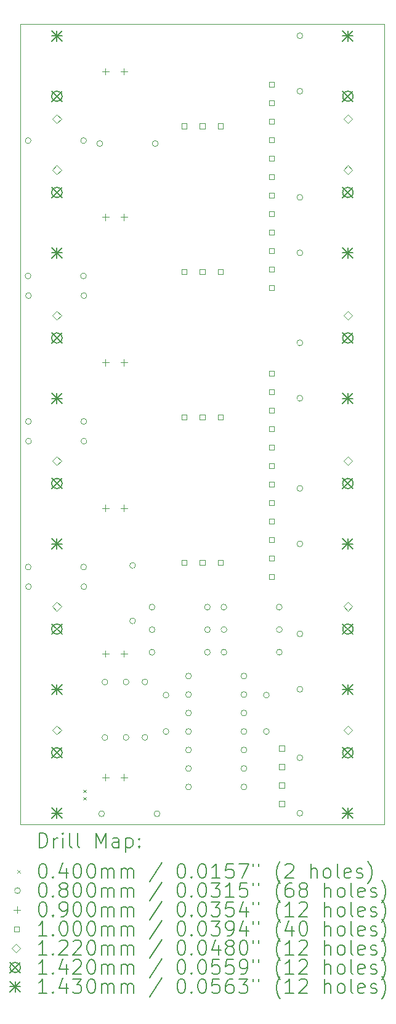
<source format=gbr>
%TF.GenerationSoftware,KiCad,Pcbnew,8.0.6-8.0.6-0~ubuntu22.04.1*%
%TF.CreationDate,2025-02-02T12:48:45+01:00*%
%TF.ProjectId,Drumbox,4472756d-626f-4782-9e6b-696361645f70,rev?*%
%TF.SameCoordinates,Original*%
%TF.FileFunction,Drillmap*%
%TF.FilePolarity,Positive*%
%FSLAX45Y45*%
G04 Gerber Fmt 4.5, Leading zero omitted, Abs format (unit mm)*
G04 Created by KiCad (PCBNEW 8.0.6-8.0.6-0~ubuntu22.04.1) date 2025-02-02 12:48:45*
%MOMM*%
%LPD*%
G01*
G04 APERTURE LIST*
%ADD10C,0.050000*%
%ADD11C,0.200000*%
%ADD12C,0.100000*%
%ADD13C,0.122000*%
%ADD14C,0.142000*%
%ADD15C,0.143000*%
G04 APERTURE END LIST*
D10*
X10240000Y-3380000D02*
X10240000Y-14380000D01*
X15240000Y-3380000D02*
X15240000Y-14380000D01*
X10240000Y-3380000D02*
X15240000Y-3380000D01*
X10240000Y-14380000D02*
X15240000Y-14380000D01*
D11*
D12*
X11100000Y-13900000D02*
X11140000Y-13940000D01*
X11140000Y-13900000D02*
X11100000Y-13940000D01*
X11100000Y-14000000D02*
X11140000Y-14040000D01*
X11140000Y-14000000D02*
X11100000Y-14040000D01*
X10383000Y-6840000D02*
G75*
G02*
X10303000Y-6840000I-40000J0D01*
G01*
X10303000Y-6840000D02*
G75*
G02*
X10383000Y-6840000I40000J0D01*
G01*
X10384000Y-4980000D02*
G75*
G02*
X10304000Y-4980000I-40000J0D01*
G01*
X10304000Y-4980000D02*
G75*
G02*
X10384000Y-4980000I40000J0D01*
G01*
X10385000Y-10840000D02*
G75*
G02*
X10305000Y-10840000I-40000J0D01*
G01*
X10305000Y-10840000D02*
G75*
G02*
X10385000Y-10840000I40000J0D01*
G01*
X10388000Y-8840000D02*
G75*
G02*
X10308000Y-8840000I-40000J0D01*
G01*
X10308000Y-8840000D02*
G75*
G02*
X10388000Y-8840000I40000J0D01*
G01*
X10389000Y-7110000D02*
G75*
G02*
X10309000Y-7110000I-40000J0D01*
G01*
X10309000Y-7110000D02*
G75*
G02*
X10389000Y-7110000I40000J0D01*
G01*
X10389000Y-11110000D02*
G75*
G02*
X10309000Y-11110000I-40000J0D01*
G01*
X10309000Y-11110000D02*
G75*
G02*
X10389000Y-11110000I40000J0D01*
G01*
X10390000Y-9110000D02*
G75*
G02*
X10310000Y-9110000I-40000J0D01*
G01*
X10310000Y-9110000D02*
G75*
G02*
X10390000Y-9110000I40000J0D01*
G01*
X11145000Y-6840000D02*
G75*
G02*
X11065000Y-6840000I-40000J0D01*
G01*
X11065000Y-6840000D02*
G75*
G02*
X11145000Y-6840000I40000J0D01*
G01*
X11146000Y-4980000D02*
G75*
G02*
X11066000Y-4980000I-40000J0D01*
G01*
X11066000Y-4980000D02*
G75*
G02*
X11146000Y-4980000I40000J0D01*
G01*
X11147000Y-10840000D02*
G75*
G02*
X11067000Y-10840000I-40000J0D01*
G01*
X11067000Y-10840000D02*
G75*
G02*
X11147000Y-10840000I40000J0D01*
G01*
X11150000Y-8840000D02*
G75*
G02*
X11070000Y-8840000I-40000J0D01*
G01*
X11070000Y-8840000D02*
G75*
G02*
X11150000Y-8840000I40000J0D01*
G01*
X11151000Y-7110000D02*
G75*
G02*
X11071000Y-7110000I-40000J0D01*
G01*
X11071000Y-7110000D02*
G75*
G02*
X11151000Y-7110000I40000J0D01*
G01*
X11151000Y-11110000D02*
G75*
G02*
X11071000Y-11110000I-40000J0D01*
G01*
X11071000Y-11110000D02*
G75*
G02*
X11151000Y-11110000I40000J0D01*
G01*
X11152000Y-9110000D02*
G75*
G02*
X11072000Y-9110000I-40000J0D01*
G01*
X11072000Y-9110000D02*
G75*
G02*
X11152000Y-9110000I40000J0D01*
G01*
X11369000Y-5020000D02*
G75*
G02*
X11289000Y-5020000I-40000J0D01*
G01*
X11289000Y-5020000D02*
G75*
G02*
X11369000Y-5020000I40000J0D01*
G01*
X11394000Y-14230000D02*
G75*
G02*
X11314000Y-14230000I-40000J0D01*
G01*
X11314000Y-14230000D02*
G75*
G02*
X11394000Y-14230000I40000J0D01*
G01*
X11440000Y-12420000D02*
G75*
G02*
X11360000Y-12420000I-40000J0D01*
G01*
X11360000Y-12420000D02*
G75*
G02*
X11440000Y-12420000I40000J0D01*
G01*
X11440000Y-13182000D02*
G75*
G02*
X11360000Y-13182000I-40000J0D01*
G01*
X11360000Y-13182000D02*
G75*
G02*
X11440000Y-13182000I40000J0D01*
G01*
X11730000Y-12419000D02*
G75*
G02*
X11650000Y-12419000I-40000J0D01*
G01*
X11650000Y-12419000D02*
G75*
G02*
X11730000Y-12419000I40000J0D01*
G01*
X11730000Y-13181000D02*
G75*
G02*
X11650000Y-13181000I-40000J0D01*
G01*
X11650000Y-13181000D02*
G75*
G02*
X11730000Y-13181000I40000J0D01*
G01*
X11820000Y-10818000D02*
G75*
G02*
X11740000Y-10818000I-40000J0D01*
G01*
X11740000Y-10818000D02*
G75*
G02*
X11820000Y-10818000I40000J0D01*
G01*
X11820000Y-11580000D02*
G75*
G02*
X11740000Y-11580000I-40000J0D01*
G01*
X11740000Y-11580000D02*
G75*
G02*
X11820000Y-11580000I40000J0D01*
G01*
X11990000Y-12419000D02*
G75*
G02*
X11910000Y-12419000I-40000J0D01*
G01*
X11910000Y-12419000D02*
G75*
G02*
X11990000Y-12419000I40000J0D01*
G01*
X11990000Y-13181000D02*
G75*
G02*
X11910000Y-13181000I-40000J0D01*
G01*
X11910000Y-13181000D02*
G75*
G02*
X11990000Y-13181000I40000J0D01*
G01*
X12086500Y-11390500D02*
G75*
G02*
X12006500Y-11390500I-40000J0D01*
G01*
X12006500Y-11390500D02*
G75*
G02*
X12086500Y-11390500I40000J0D01*
G01*
X12086500Y-12010500D02*
G75*
G02*
X12006500Y-12010500I-40000J0D01*
G01*
X12006500Y-12010500D02*
G75*
G02*
X12086500Y-12010500I40000J0D01*
G01*
X12087500Y-11700500D02*
G75*
G02*
X12007500Y-11700500I-40000J0D01*
G01*
X12007500Y-11700500D02*
G75*
G02*
X12087500Y-11700500I40000J0D01*
G01*
X12131000Y-5020000D02*
G75*
G02*
X12051000Y-5020000I-40000J0D01*
G01*
X12051000Y-5020000D02*
G75*
G02*
X12131000Y-5020000I40000J0D01*
G01*
X12156000Y-14230000D02*
G75*
G02*
X12076000Y-14230000I-40000J0D01*
G01*
X12076000Y-14230000D02*
G75*
G02*
X12156000Y-14230000I40000J0D01*
G01*
X12279500Y-12600500D02*
G75*
G02*
X12199500Y-12600500I-40000J0D01*
G01*
X12199500Y-12600500D02*
G75*
G02*
X12279500Y-12600500I40000J0D01*
G01*
X12279500Y-13100500D02*
G75*
G02*
X12199500Y-13100500I-40000J0D01*
G01*
X12199500Y-13100500D02*
G75*
G02*
X12279500Y-13100500I40000J0D01*
G01*
X12589500Y-12338000D02*
G75*
G02*
X12509500Y-12338000I-40000J0D01*
G01*
X12509500Y-12338000D02*
G75*
G02*
X12589500Y-12338000I40000J0D01*
G01*
X12589500Y-12592000D02*
G75*
G02*
X12509500Y-12592000I-40000J0D01*
G01*
X12509500Y-12592000D02*
G75*
G02*
X12589500Y-12592000I40000J0D01*
G01*
X12589500Y-12846000D02*
G75*
G02*
X12509500Y-12846000I-40000J0D01*
G01*
X12509500Y-12846000D02*
G75*
G02*
X12589500Y-12846000I40000J0D01*
G01*
X12589500Y-13100000D02*
G75*
G02*
X12509500Y-13100000I-40000J0D01*
G01*
X12509500Y-13100000D02*
G75*
G02*
X12589500Y-13100000I40000J0D01*
G01*
X12589500Y-13354000D02*
G75*
G02*
X12509500Y-13354000I-40000J0D01*
G01*
X12509500Y-13354000D02*
G75*
G02*
X12589500Y-13354000I40000J0D01*
G01*
X12589500Y-13608000D02*
G75*
G02*
X12509500Y-13608000I-40000J0D01*
G01*
X12509500Y-13608000D02*
G75*
G02*
X12589500Y-13608000I40000J0D01*
G01*
X12589500Y-13862000D02*
G75*
G02*
X12509500Y-13862000I-40000J0D01*
G01*
X12509500Y-13862000D02*
G75*
G02*
X12589500Y-13862000I40000J0D01*
G01*
X12848500Y-11390500D02*
G75*
G02*
X12768500Y-11390500I-40000J0D01*
G01*
X12768500Y-11390500D02*
G75*
G02*
X12848500Y-11390500I40000J0D01*
G01*
X12848500Y-12010500D02*
G75*
G02*
X12768500Y-12010500I-40000J0D01*
G01*
X12768500Y-12010500D02*
G75*
G02*
X12848500Y-12010500I40000J0D01*
G01*
X12849500Y-11700500D02*
G75*
G02*
X12769500Y-11700500I-40000J0D01*
G01*
X12769500Y-11700500D02*
G75*
G02*
X12849500Y-11700500I40000J0D01*
G01*
X13074500Y-11390500D02*
G75*
G02*
X12994500Y-11390500I-40000J0D01*
G01*
X12994500Y-11390500D02*
G75*
G02*
X13074500Y-11390500I40000J0D01*
G01*
X13075500Y-11700500D02*
G75*
G02*
X12995500Y-11700500I-40000J0D01*
G01*
X12995500Y-11700500D02*
G75*
G02*
X13075500Y-11700500I40000J0D01*
G01*
X13075500Y-12010500D02*
G75*
G02*
X12995500Y-12010500I-40000J0D01*
G01*
X12995500Y-12010500D02*
G75*
G02*
X13075500Y-12010500I40000J0D01*
G01*
X13351500Y-12338000D02*
G75*
G02*
X13271500Y-12338000I-40000J0D01*
G01*
X13271500Y-12338000D02*
G75*
G02*
X13351500Y-12338000I40000J0D01*
G01*
X13351500Y-12592000D02*
G75*
G02*
X13271500Y-12592000I-40000J0D01*
G01*
X13271500Y-12592000D02*
G75*
G02*
X13351500Y-12592000I40000J0D01*
G01*
X13351500Y-12846000D02*
G75*
G02*
X13271500Y-12846000I-40000J0D01*
G01*
X13271500Y-12846000D02*
G75*
G02*
X13351500Y-12846000I40000J0D01*
G01*
X13351500Y-13100000D02*
G75*
G02*
X13271500Y-13100000I-40000J0D01*
G01*
X13271500Y-13100000D02*
G75*
G02*
X13351500Y-13100000I40000J0D01*
G01*
X13351500Y-13354000D02*
G75*
G02*
X13271500Y-13354000I-40000J0D01*
G01*
X13271500Y-13354000D02*
G75*
G02*
X13351500Y-13354000I40000J0D01*
G01*
X13351500Y-13608000D02*
G75*
G02*
X13271500Y-13608000I-40000J0D01*
G01*
X13271500Y-13608000D02*
G75*
G02*
X13351500Y-13608000I40000J0D01*
G01*
X13351500Y-13862000D02*
G75*
G02*
X13271500Y-13862000I-40000J0D01*
G01*
X13271500Y-13862000D02*
G75*
G02*
X13351500Y-13862000I40000J0D01*
G01*
X13659500Y-12600500D02*
G75*
G02*
X13579500Y-12600500I-40000J0D01*
G01*
X13579500Y-12600500D02*
G75*
G02*
X13659500Y-12600500I40000J0D01*
G01*
X13659500Y-13100500D02*
G75*
G02*
X13579500Y-13100500I-40000J0D01*
G01*
X13579500Y-13100500D02*
G75*
G02*
X13659500Y-13100500I40000J0D01*
G01*
X13836500Y-11390500D02*
G75*
G02*
X13756500Y-11390500I-40000J0D01*
G01*
X13756500Y-11390500D02*
G75*
G02*
X13836500Y-11390500I40000J0D01*
G01*
X13837500Y-11700500D02*
G75*
G02*
X13757500Y-11700500I-40000J0D01*
G01*
X13757500Y-11700500D02*
G75*
G02*
X13837500Y-11700500I40000J0D01*
G01*
X13837500Y-12010500D02*
G75*
G02*
X13757500Y-12010500I-40000J0D01*
G01*
X13757500Y-12010500D02*
G75*
G02*
X13837500Y-12010500I40000J0D01*
G01*
X14120000Y-3539000D02*
G75*
G02*
X14040000Y-3539000I-40000J0D01*
G01*
X14040000Y-3539000D02*
G75*
G02*
X14120000Y-3539000I40000J0D01*
G01*
X14120000Y-4301000D02*
G75*
G02*
X14040000Y-4301000I-40000J0D01*
G01*
X14040000Y-4301000D02*
G75*
G02*
X14120000Y-4301000I40000J0D01*
G01*
X14120000Y-5760000D02*
G75*
G02*
X14040000Y-5760000I-40000J0D01*
G01*
X14040000Y-5760000D02*
G75*
G02*
X14120000Y-5760000I40000J0D01*
G01*
X14120000Y-6522000D02*
G75*
G02*
X14040000Y-6522000I-40000J0D01*
G01*
X14040000Y-6522000D02*
G75*
G02*
X14120000Y-6522000I40000J0D01*
G01*
X14120000Y-7759000D02*
G75*
G02*
X14040000Y-7759000I-40000J0D01*
G01*
X14040000Y-7759000D02*
G75*
G02*
X14120000Y-7759000I40000J0D01*
G01*
X14120000Y-8521000D02*
G75*
G02*
X14040000Y-8521000I-40000J0D01*
G01*
X14040000Y-8521000D02*
G75*
G02*
X14120000Y-8521000I40000J0D01*
G01*
X14120000Y-9759000D02*
G75*
G02*
X14040000Y-9759000I-40000J0D01*
G01*
X14040000Y-9759000D02*
G75*
G02*
X14120000Y-9759000I40000J0D01*
G01*
X14120000Y-10521000D02*
G75*
G02*
X14040000Y-10521000I-40000J0D01*
G01*
X14040000Y-10521000D02*
G75*
G02*
X14120000Y-10521000I40000J0D01*
G01*
X14120000Y-11758000D02*
G75*
G02*
X14040000Y-11758000I-40000J0D01*
G01*
X14040000Y-11758000D02*
G75*
G02*
X14120000Y-11758000I40000J0D01*
G01*
X14120000Y-12520000D02*
G75*
G02*
X14040000Y-12520000I-40000J0D01*
G01*
X14040000Y-12520000D02*
G75*
G02*
X14120000Y-12520000I40000J0D01*
G01*
X14120000Y-13460000D02*
G75*
G02*
X14040000Y-13460000I-40000J0D01*
G01*
X14040000Y-13460000D02*
G75*
G02*
X14120000Y-13460000I40000J0D01*
G01*
X14120000Y-14222000D02*
G75*
G02*
X14040000Y-14222000I-40000J0D01*
G01*
X14040000Y-14222000D02*
G75*
G02*
X14120000Y-14222000I40000J0D01*
G01*
X11408000Y-3985000D02*
X11408000Y-4075000D01*
X11363000Y-4030000D02*
X11453000Y-4030000D01*
X11408000Y-5985000D02*
X11408000Y-6075000D01*
X11363000Y-6030000D02*
X11453000Y-6030000D01*
X11408000Y-7985000D02*
X11408000Y-8075000D01*
X11363000Y-8030000D02*
X11453000Y-8030000D01*
X11408000Y-9985000D02*
X11408000Y-10075000D01*
X11363000Y-10030000D02*
X11453000Y-10030000D01*
X11408000Y-11985000D02*
X11408000Y-12075000D01*
X11363000Y-12030000D02*
X11453000Y-12030000D01*
X11408000Y-13685000D02*
X11408000Y-13775000D01*
X11363000Y-13730000D02*
X11453000Y-13730000D01*
X11662000Y-3985000D02*
X11662000Y-4075000D01*
X11617000Y-4030000D02*
X11707000Y-4030000D01*
X11662000Y-5985000D02*
X11662000Y-6075000D01*
X11617000Y-6030000D02*
X11707000Y-6030000D01*
X11662000Y-7985000D02*
X11662000Y-8075000D01*
X11617000Y-8030000D02*
X11707000Y-8030000D01*
X11662000Y-9985000D02*
X11662000Y-10075000D01*
X11617000Y-10030000D02*
X11707000Y-10030000D01*
X11662000Y-11985000D02*
X11662000Y-12075000D01*
X11617000Y-12030000D02*
X11707000Y-12030000D01*
X11662000Y-13685000D02*
X11662000Y-13775000D01*
X11617000Y-13730000D02*
X11707000Y-13730000D01*
X12525356Y-4815356D02*
X12525356Y-4744644D01*
X12454644Y-4744644D01*
X12454644Y-4815356D01*
X12525356Y-4815356D01*
X12525356Y-6815356D02*
X12525356Y-6744644D01*
X12454644Y-6744644D01*
X12454644Y-6815356D01*
X12525356Y-6815356D01*
X12525356Y-8815356D02*
X12525356Y-8744644D01*
X12454644Y-8744644D01*
X12454644Y-8815356D01*
X12525356Y-8815356D01*
X12525356Y-10815356D02*
X12525356Y-10744644D01*
X12454644Y-10744644D01*
X12454644Y-10815356D01*
X12525356Y-10815356D01*
X12775356Y-4815356D02*
X12775356Y-4744644D01*
X12704644Y-4744644D01*
X12704644Y-4815356D01*
X12775356Y-4815356D01*
X12775356Y-6815356D02*
X12775356Y-6744644D01*
X12704644Y-6744644D01*
X12704644Y-6815356D01*
X12775356Y-6815356D01*
X12775356Y-8815356D02*
X12775356Y-8744644D01*
X12704644Y-8744644D01*
X12704644Y-8815356D01*
X12775356Y-8815356D01*
X12775356Y-10815356D02*
X12775356Y-10744644D01*
X12704644Y-10744644D01*
X12704644Y-10815356D01*
X12775356Y-10815356D01*
X13025356Y-4815356D02*
X13025356Y-4744644D01*
X12954644Y-4744644D01*
X12954644Y-4815356D01*
X13025356Y-4815356D01*
X13025356Y-6815356D02*
X13025356Y-6744644D01*
X12954644Y-6744644D01*
X12954644Y-6815356D01*
X13025356Y-6815356D01*
X13025356Y-8815356D02*
X13025356Y-8744644D01*
X12954644Y-8744644D01*
X12954644Y-8815356D01*
X13025356Y-8815356D01*
X13025356Y-10815356D02*
X13025356Y-10744644D01*
X12954644Y-10744644D01*
X12954644Y-10815356D01*
X13025356Y-10815356D01*
X13725356Y-4245356D02*
X13725356Y-4174644D01*
X13654644Y-4174644D01*
X13654644Y-4245356D01*
X13725356Y-4245356D01*
X13725356Y-4499356D02*
X13725356Y-4428644D01*
X13654644Y-4428644D01*
X13654644Y-4499356D01*
X13725356Y-4499356D01*
X13725356Y-4753356D02*
X13725356Y-4682644D01*
X13654644Y-4682644D01*
X13654644Y-4753356D01*
X13725356Y-4753356D01*
X13725356Y-5007356D02*
X13725356Y-4936644D01*
X13654644Y-4936644D01*
X13654644Y-5007356D01*
X13725356Y-5007356D01*
X13725356Y-5261356D02*
X13725356Y-5190644D01*
X13654644Y-5190644D01*
X13654644Y-5261356D01*
X13725356Y-5261356D01*
X13725356Y-5515356D02*
X13725356Y-5444644D01*
X13654644Y-5444644D01*
X13654644Y-5515356D01*
X13725356Y-5515356D01*
X13725356Y-5769356D02*
X13725356Y-5698644D01*
X13654644Y-5698644D01*
X13654644Y-5769356D01*
X13725356Y-5769356D01*
X13725356Y-6023356D02*
X13725356Y-5952644D01*
X13654644Y-5952644D01*
X13654644Y-6023356D01*
X13725356Y-6023356D01*
X13725356Y-6277356D02*
X13725356Y-6206644D01*
X13654644Y-6206644D01*
X13654644Y-6277356D01*
X13725356Y-6277356D01*
X13725356Y-6531356D02*
X13725356Y-6460644D01*
X13654644Y-6460644D01*
X13654644Y-6531356D01*
X13725356Y-6531356D01*
X13725356Y-6785356D02*
X13725356Y-6714644D01*
X13654644Y-6714644D01*
X13654644Y-6785356D01*
X13725356Y-6785356D01*
X13725356Y-7039356D02*
X13725356Y-6968644D01*
X13654644Y-6968644D01*
X13654644Y-7039356D01*
X13725356Y-7039356D01*
X13725356Y-8215356D02*
X13725356Y-8144644D01*
X13654644Y-8144644D01*
X13654644Y-8215356D01*
X13725356Y-8215356D01*
X13725356Y-8469356D02*
X13725356Y-8398644D01*
X13654644Y-8398644D01*
X13654644Y-8469356D01*
X13725356Y-8469356D01*
X13725356Y-8723356D02*
X13725356Y-8652644D01*
X13654644Y-8652644D01*
X13654644Y-8723356D01*
X13725356Y-8723356D01*
X13725356Y-8977356D02*
X13725356Y-8906644D01*
X13654644Y-8906644D01*
X13654644Y-8977356D01*
X13725356Y-8977356D01*
X13725356Y-9231356D02*
X13725356Y-9160644D01*
X13654644Y-9160644D01*
X13654644Y-9231356D01*
X13725356Y-9231356D01*
X13725356Y-9485356D02*
X13725356Y-9414644D01*
X13654644Y-9414644D01*
X13654644Y-9485356D01*
X13725356Y-9485356D01*
X13725356Y-9739356D02*
X13725356Y-9668644D01*
X13654644Y-9668644D01*
X13654644Y-9739356D01*
X13725356Y-9739356D01*
X13725356Y-9993356D02*
X13725356Y-9922644D01*
X13654644Y-9922644D01*
X13654644Y-9993356D01*
X13725356Y-9993356D01*
X13725356Y-10247356D02*
X13725356Y-10176644D01*
X13654644Y-10176644D01*
X13654644Y-10247356D01*
X13725356Y-10247356D01*
X13725356Y-10501356D02*
X13725356Y-10430644D01*
X13654644Y-10430644D01*
X13654644Y-10501356D01*
X13725356Y-10501356D01*
X13725356Y-10755356D02*
X13725356Y-10684644D01*
X13654644Y-10684644D01*
X13654644Y-10755356D01*
X13725356Y-10755356D01*
X13725356Y-11009356D02*
X13725356Y-10938644D01*
X13654644Y-10938644D01*
X13654644Y-11009356D01*
X13725356Y-11009356D01*
X13865356Y-13365356D02*
X13865356Y-13294644D01*
X13794644Y-13294644D01*
X13794644Y-13365356D01*
X13865356Y-13365356D01*
X13865356Y-13619356D02*
X13865356Y-13548644D01*
X13794644Y-13548644D01*
X13794644Y-13619356D01*
X13865356Y-13619356D01*
X13865356Y-13873356D02*
X13865356Y-13802644D01*
X13794644Y-13802644D01*
X13794644Y-13873356D01*
X13865356Y-13873356D01*
X13865356Y-14127356D02*
X13865356Y-14056644D01*
X13794644Y-14056644D01*
X13794644Y-14127356D01*
X13865356Y-14127356D01*
D13*
X10740000Y-4741000D02*
X10801000Y-4680000D01*
X10740000Y-4619000D01*
X10679000Y-4680000D01*
X10740000Y-4741000D01*
X10740000Y-5443000D02*
X10801000Y-5382000D01*
X10740000Y-5321000D01*
X10679000Y-5382000D01*
X10740000Y-5443000D01*
X10740000Y-7443000D02*
X10801000Y-7382000D01*
X10740000Y-7321000D01*
X10679000Y-7382000D01*
X10740000Y-7443000D01*
X10740000Y-9443000D02*
X10801000Y-9382000D01*
X10740000Y-9321000D01*
X10679000Y-9382000D01*
X10740000Y-9443000D01*
X10740000Y-11443000D02*
X10801000Y-11382000D01*
X10740000Y-11321000D01*
X10679000Y-11382000D01*
X10740000Y-11443000D01*
X10740000Y-13143000D02*
X10801000Y-13082000D01*
X10740000Y-13021000D01*
X10679000Y-13082000D01*
X10740000Y-13143000D01*
X14740000Y-4741000D02*
X14801000Y-4680000D01*
X14740000Y-4619000D01*
X14679000Y-4680000D01*
X14740000Y-4741000D01*
X14740000Y-5443000D02*
X14801000Y-5382000D01*
X14740000Y-5321000D01*
X14679000Y-5382000D01*
X14740000Y-5443000D01*
X14740000Y-7443000D02*
X14801000Y-7382000D01*
X14740000Y-7321000D01*
X14679000Y-7382000D01*
X14740000Y-7443000D01*
X14740000Y-9443000D02*
X14801000Y-9382000D01*
X14740000Y-9321000D01*
X14679000Y-9382000D01*
X14740000Y-9443000D01*
X14740000Y-11443000D02*
X14801000Y-11382000D01*
X14740000Y-11321000D01*
X14679000Y-11382000D01*
X14740000Y-11443000D01*
X14740000Y-13143000D02*
X14801000Y-13082000D01*
X14740000Y-13021000D01*
X14679000Y-13082000D01*
X14740000Y-13143000D01*
D14*
X10669000Y-4299000D02*
X10811000Y-4441000D01*
X10811000Y-4299000D02*
X10669000Y-4441000D01*
X10811000Y-4370000D02*
G75*
G02*
X10669000Y-4370000I-71000J0D01*
G01*
X10669000Y-4370000D02*
G75*
G02*
X10811000Y-4370000I71000J0D01*
G01*
X10669000Y-5621000D02*
X10811000Y-5763000D01*
X10811000Y-5621000D02*
X10669000Y-5763000D01*
X10811000Y-5692000D02*
G75*
G02*
X10669000Y-5692000I-71000J0D01*
G01*
X10669000Y-5692000D02*
G75*
G02*
X10811000Y-5692000I71000J0D01*
G01*
X10669000Y-7621000D02*
X10811000Y-7763000D01*
X10811000Y-7621000D02*
X10669000Y-7763000D01*
X10811000Y-7692000D02*
G75*
G02*
X10669000Y-7692000I-71000J0D01*
G01*
X10669000Y-7692000D02*
G75*
G02*
X10811000Y-7692000I71000J0D01*
G01*
X10669000Y-9621000D02*
X10811000Y-9763000D01*
X10811000Y-9621000D02*
X10669000Y-9763000D01*
X10811000Y-9692000D02*
G75*
G02*
X10669000Y-9692000I-71000J0D01*
G01*
X10669000Y-9692000D02*
G75*
G02*
X10811000Y-9692000I71000J0D01*
G01*
X10669000Y-11621000D02*
X10811000Y-11763000D01*
X10811000Y-11621000D02*
X10669000Y-11763000D01*
X10811000Y-11692000D02*
G75*
G02*
X10669000Y-11692000I-71000J0D01*
G01*
X10669000Y-11692000D02*
G75*
G02*
X10811000Y-11692000I71000J0D01*
G01*
X10669000Y-13321000D02*
X10811000Y-13463000D01*
X10811000Y-13321000D02*
X10669000Y-13463000D01*
X10811000Y-13392000D02*
G75*
G02*
X10669000Y-13392000I-71000J0D01*
G01*
X10669000Y-13392000D02*
G75*
G02*
X10811000Y-13392000I71000J0D01*
G01*
X14669000Y-4299000D02*
X14811000Y-4441000D01*
X14811000Y-4299000D02*
X14669000Y-4441000D01*
X14811000Y-4370000D02*
G75*
G02*
X14669000Y-4370000I-71000J0D01*
G01*
X14669000Y-4370000D02*
G75*
G02*
X14811000Y-4370000I71000J0D01*
G01*
X14669000Y-5621000D02*
X14811000Y-5763000D01*
X14811000Y-5621000D02*
X14669000Y-5763000D01*
X14811000Y-5692000D02*
G75*
G02*
X14669000Y-5692000I-71000J0D01*
G01*
X14669000Y-5692000D02*
G75*
G02*
X14811000Y-5692000I71000J0D01*
G01*
X14669000Y-7621000D02*
X14811000Y-7763000D01*
X14811000Y-7621000D02*
X14669000Y-7763000D01*
X14811000Y-7692000D02*
G75*
G02*
X14669000Y-7692000I-71000J0D01*
G01*
X14669000Y-7692000D02*
G75*
G02*
X14811000Y-7692000I71000J0D01*
G01*
X14669000Y-9621000D02*
X14811000Y-9763000D01*
X14811000Y-9621000D02*
X14669000Y-9763000D01*
X14811000Y-9692000D02*
G75*
G02*
X14669000Y-9692000I-71000J0D01*
G01*
X14669000Y-9692000D02*
G75*
G02*
X14811000Y-9692000I71000J0D01*
G01*
X14669000Y-11621000D02*
X14811000Y-11763000D01*
X14811000Y-11621000D02*
X14669000Y-11763000D01*
X14811000Y-11692000D02*
G75*
G02*
X14669000Y-11692000I-71000J0D01*
G01*
X14669000Y-11692000D02*
G75*
G02*
X14811000Y-11692000I71000J0D01*
G01*
X14669000Y-13321000D02*
X14811000Y-13463000D01*
X14811000Y-13321000D02*
X14669000Y-13463000D01*
X14811000Y-13392000D02*
G75*
G02*
X14669000Y-13392000I-71000J0D01*
G01*
X14669000Y-13392000D02*
G75*
G02*
X14811000Y-13392000I71000J0D01*
G01*
D15*
X10668500Y-3468500D02*
X10811500Y-3611500D01*
X10811500Y-3468500D02*
X10668500Y-3611500D01*
X10740000Y-3468500D02*
X10740000Y-3611500D01*
X10668500Y-3540000D02*
X10811500Y-3540000D01*
X10668500Y-6450500D02*
X10811500Y-6593500D01*
X10811500Y-6450500D02*
X10668500Y-6593500D01*
X10740000Y-6450500D02*
X10740000Y-6593500D01*
X10668500Y-6522000D02*
X10811500Y-6522000D01*
X10668500Y-8450500D02*
X10811500Y-8593500D01*
X10811500Y-8450500D02*
X10668500Y-8593500D01*
X10740000Y-8450500D02*
X10740000Y-8593500D01*
X10668500Y-8522000D02*
X10811500Y-8522000D01*
X10668500Y-10450500D02*
X10811500Y-10593500D01*
X10811500Y-10450500D02*
X10668500Y-10593500D01*
X10740000Y-10450500D02*
X10740000Y-10593500D01*
X10668500Y-10522000D02*
X10811500Y-10522000D01*
X10668500Y-12450500D02*
X10811500Y-12593500D01*
X10811500Y-12450500D02*
X10668500Y-12593500D01*
X10740000Y-12450500D02*
X10740000Y-12593500D01*
X10668500Y-12522000D02*
X10811500Y-12522000D01*
X10668500Y-14150500D02*
X10811500Y-14293500D01*
X10811500Y-14150500D02*
X10668500Y-14293500D01*
X10740000Y-14150500D02*
X10740000Y-14293500D01*
X10668500Y-14222000D02*
X10811500Y-14222000D01*
X14668500Y-3468500D02*
X14811500Y-3611500D01*
X14811500Y-3468500D02*
X14668500Y-3611500D01*
X14740000Y-3468500D02*
X14740000Y-3611500D01*
X14668500Y-3540000D02*
X14811500Y-3540000D01*
X14668500Y-6450500D02*
X14811500Y-6593500D01*
X14811500Y-6450500D02*
X14668500Y-6593500D01*
X14740000Y-6450500D02*
X14740000Y-6593500D01*
X14668500Y-6522000D02*
X14811500Y-6522000D01*
X14668500Y-8450500D02*
X14811500Y-8593500D01*
X14811500Y-8450500D02*
X14668500Y-8593500D01*
X14740000Y-8450500D02*
X14740000Y-8593500D01*
X14668500Y-8522000D02*
X14811500Y-8522000D01*
X14668500Y-10450500D02*
X14811500Y-10593500D01*
X14811500Y-10450500D02*
X14668500Y-10593500D01*
X14740000Y-10450500D02*
X14740000Y-10593500D01*
X14668500Y-10522000D02*
X14811500Y-10522000D01*
X14668500Y-12450500D02*
X14811500Y-12593500D01*
X14811500Y-12450500D02*
X14668500Y-12593500D01*
X14740000Y-12450500D02*
X14740000Y-12593500D01*
X14668500Y-12522000D02*
X14811500Y-12522000D01*
X14668500Y-14150500D02*
X14811500Y-14293500D01*
X14811500Y-14150500D02*
X14668500Y-14293500D01*
X14740000Y-14150500D02*
X14740000Y-14293500D01*
X14668500Y-14222000D02*
X14811500Y-14222000D01*
D11*
X10498277Y-14693984D02*
X10498277Y-14493984D01*
X10498277Y-14493984D02*
X10545896Y-14493984D01*
X10545896Y-14493984D02*
X10574467Y-14503508D01*
X10574467Y-14503508D02*
X10593515Y-14522555D01*
X10593515Y-14522555D02*
X10603039Y-14541603D01*
X10603039Y-14541603D02*
X10612563Y-14579698D01*
X10612563Y-14579698D02*
X10612563Y-14608269D01*
X10612563Y-14608269D02*
X10603039Y-14646365D01*
X10603039Y-14646365D02*
X10593515Y-14665412D01*
X10593515Y-14665412D02*
X10574467Y-14684460D01*
X10574467Y-14684460D02*
X10545896Y-14693984D01*
X10545896Y-14693984D02*
X10498277Y-14693984D01*
X10698277Y-14693984D02*
X10698277Y-14560650D01*
X10698277Y-14598746D02*
X10707801Y-14579698D01*
X10707801Y-14579698D02*
X10717324Y-14570174D01*
X10717324Y-14570174D02*
X10736372Y-14560650D01*
X10736372Y-14560650D02*
X10755420Y-14560650D01*
X10822086Y-14693984D02*
X10822086Y-14560650D01*
X10822086Y-14493984D02*
X10812563Y-14503508D01*
X10812563Y-14503508D02*
X10822086Y-14513031D01*
X10822086Y-14513031D02*
X10831610Y-14503508D01*
X10831610Y-14503508D02*
X10822086Y-14493984D01*
X10822086Y-14493984D02*
X10822086Y-14513031D01*
X10945896Y-14693984D02*
X10926848Y-14684460D01*
X10926848Y-14684460D02*
X10917324Y-14665412D01*
X10917324Y-14665412D02*
X10917324Y-14493984D01*
X11050658Y-14693984D02*
X11031610Y-14684460D01*
X11031610Y-14684460D02*
X11022086Y-14665412D01*
X11022086Y-14665412D02*
X11022086Y-14493984D01*
X11279229Y-14693984D02*
X11279229Y-14493984D01*
X11279229Y-14493984D02*
X11345896Y-14636841D01*
X11345896Y-14636841D02*
X11412562Y-14493984D01*
X11412562Y-14493984D02*
X11412562Y-14693984D01*
X11593515Y-14693984D02*
X11593515Y-14589222D01*
X11593515Y-14589222D02*
X11583991Y-14570174D01*
X11583991Y-14570174D02*
X11564943Y-14560650D01*
X11564943Y-14560650D02*
X11526848Y-14560650D01*
X11526848Y-14560650D02*
X11507801Y-14570174D01*
X11593515Y-14684460D02*
X11574467Y-14693984D01*
X11574467Y-14693984D02*
X11526848Y-14693984D01*
X11526848Y-14693984D02*
X11507801Y-14684460D01*
X11507801Y-14684460D02*
X11498277Y-14665412D01*
X11498277Y-14665412D02*
X11498277Y-14646365D01*
X11498277Y-14646365D02*
X11507801Y-14627317D01*
X11507801Y-14627317D02*
X11526848Y-14617793D01*
X11526848Y-14617793D02*
X11574467Y-14617793D01*
X11574467Y-14617793D02*
X11593515Y-14608269D01*
X11688753Y-14560650D02*
X11688753Y-14760650D01*
X11688753Y-14570174D02*
X11707801Y-14560650D01*
X11707801Y-14560650D02*
X11745896Y-14560650D01*
X11745896Y-14560650D02*
X11764943Y-14570174D01*
X11764943Y-14570174D02*
X11774467Y-14579698D01*
X11774467Y-14579698D02*
X11783991Y-14598746D01*
X11783991Y-14598746D02*
X11783991Y-14655888D01*
X11783991Y-14655888D02*
X11774467Y-14674936D01*
X11774467Y-14674936D02*
X11764943Y-14684460D01*
X11764943Y-14684460D02*
X11745896Y-14693984D01*
X11745896Y-14693984D02*
X11707801Y-14693984D01*
X11707801Y-14693984D02*
X11688753Y-14684460D01*
X11869705Y-14674936D02*
X11879229Y-14684460D01*
X11879229Y-14684460D02*
X11869705Y-14693984D01*
X11869705Y-14693984D02*
X11860182Y-14684460D01*
X11860182Y-14684460D02*
X11869705Y-14674936D01*
X11869705Y-14674936D02*
X11869705Y-14693984D01*
X11869705Y-14570174D02*
X11879229Y-14579698D01*
X11879229Y-14579698D02*
X11869705Y-14589222D01*
X11869705Y-14589222D02*
X11860182Y-14579698D01*
X11860182Y-14579698D02*
X11869705Y-14570174D01*
X11869705Y-14570174D02*
X11869705Y-14589222D01*
D12*
X10197500Y-15002500D02*
X10237500Y-15042500D01*
X10237500Y-15002500D02*
X10197500Y-15042500D01*
D11*
X10536372Y-14913984D02*
X10555420Y-14913984D01*
X10555420Y-14913984D02*
X10574467Y-14923508D01*
X10574467Y-14923508D02*
X10583991Y-14933031D01*
X10583991Y-14933031D02*
X10593515Y-14952079D01*
X10593515Y-14952079D02*
X10603039Y-14990174D01*
X10603039Y-14990174D02*
X10603039Y-15037793D01*
X10603039Y-15037793D02*
X10593515Y-15075888D01*
X10593515Y-15075888D02*
X10583991Y-15094936D01*
X10583991Y-15094936D02*
X10574467Y-15104460D01*
X10574467Y-15104460D02*
X10555420Y-15113984D01*
X10555420Y-15113984D02*
X10536372Y-15113984D01*
X10536372Y-15113984D02*
X10517324Y-15104460D01*
X10517324Y-15104460D02*
X10507801Y-15094936D01*
X10507801Y-15094936D02*
X10498277Y-15075888D01*
X10498277Y-15075888D02*
X10488753Y-15037793D01*
X10488753Y-15037793D02*
X10488753Y-14990174D01*
X10488753Y-14990174D02*
X10498277Y-14952079D01*
X10498277Y-14952079D02*
X10507801Y-14933031D01*
X10507801Y-14933031D02*
X10517324Y-14923508D01*
X10517324Y-14923508D02*
X10536372Y-14913984D01*
X10688753Y-15094936D02*
X10698277Y-15104460D01*
X10698277Y-15104460D02*
X10688753Y-15113984D01*
X10688753Y-15113984D02*
X10679229Y-15104460D01*
X10679229Y-15104460D02*
X10688753Y-15094936D01*
X10688753Y-15094936D02*
X10688753Y-15113984D01*
X10869705Y-14980650D02*
X10869705Y-15113984D01*
X10822086Y-14904460D02*
X10774467Y-15047317D01*
X10774467Y-15047317D02*
X10898277Y-15047317D01*
X11012563Y-14913984D02*
X11031610Y-14913984D01*
X11031610Y-14913984D02*
X11050658Y-14923508D01*
X11050658Y-14923508D02*
X11060182Y-14933031D01*
X11060182Y-14933031D02*
X11069705Y-14952079D01*
X11069705Y-14952079D02*
X11079229Y-14990174D01*
X11079229Y-14990174D02*
X11079229Y-15037793D01*
X11079229Y-15037793D02*
X11069705Y-15075888D01*
X11069705Y-15075888D02*
X11060182Y-15094936D01*
X11060182Y-15094936D02*
X11050658Y-15104460D01*
X11050658Y-15104460D02*
X11031610Y-15113984D01*
X11031610Y-15113984D02*
X11012563Y-15113984D01*
X11012563Y-15113984D02*
X10993515Y-15104460D01*
X10993515Y-15104460D02*
X10983991Y-15094936D01*
X10983991Y-15094936D02*
X10974467Y-15075888D01*
X10974467Y-15075888D02*
X10964944Y-15037793D01*
X10964944Y-15037793D02*
X10964944Y-14990174D01*
X10964944Y-14990174D02*
X10974467Y-14952079D01*
X10974467Y-14952079D02*
X10983991Y-14933031D01*
X10983991Y-14933031D02*
X10993515Y-14923508D01*
X10993515Y-14923508D02*
X11012563Y-14913984D01*
X11203039Y-14913984D02*
X11222086Y-14913984D01*
X11222086Y-14913984D02*
X11241134Y-14923508D01*
X11241134Y-14923508D02*
X11250658Y-14933031D01*
X11250658Y-14933031D02*
X11260182Y-14952079D01*
X11260182Y-14952079D02*
X11269705Y-14990174D01*
X11269705Y-14990174D02*
X11269705Y-15037793D01*
X11269705Y-15037793D02*
X11260182Y-15075888D01*
X11260182Y-15075888D02*
X11250658Y-15094936D01*
X11250658Y-15094936D02*
X11241134Y-15104460D01*
X11241134Y-15104460D02*
X11222086Y-15113984D01*
X11222086Y-15113984D02*
X11203039Y-15113984D01*
X11203039Y-15113984D02*
X11183991Y-15104460D01*
X11183991Y-15104460D02*
X11174467Y-15094936D01*
X11174467Y-15094936D02*
X11164944Y-15075888D01*
X11164944Y-15075888D02*
X11155420Y-15037793D01*
X11155420Y-15037793D02*
X11155420Y-14990174D01*
X11155420Y-14990174D02*
X11164944Y-14952079D01*
X11164944Y-14952079D02*
X11174467Y-14933031D01*
X11174467Y-14933031D02*
X11183991Y-14923508D01*
X11183991Y-14923508D02*
X11203039Y-14913984D01*
X11355420Y-15113984D02*
X11355420Y-14980650D01*
X11355420Y-14999698D02*
X11364943Y-14990174D01*
X11364943Y-14990174D02*
X11383991Y-14980650D01*
X11383991Y-14980650D02*
X11412563Y-14980650D01*
X11412563Y-14980650D02*
X11431610Y-14990174D01*
X11431610Y-14990174D02*
X11441134Y-15009222D01*
X11441134Y-15009222D02*
X11441134Y-15113984D01*
X11441134Y-15009222D02*
X11450658Y-14990174D01*
X11450658Y-14990174D02*
X11469705Y-14980650D01*
X11469705Y-14980650D02*
X11498277Y-14980650D01*
X11498277Y-14980650D02*
X11517324Y-14990174D01*
X11517324Y-14990174D02*
X11526848Y-15009222D01*
X11526848Y-15009222D02*
X11526848Y-15113984D01*
X11622086Y-15113984D02*
X11622086Y-14980650D01*
X11622086Y-14999698D02*
X11631610Y-14990174D01*
X11631610Y-14990174D02*
X11650658Y-14980650D01*
X11650658Y-14980650D02*
X11679229Y-14980650D01*
X11679229Y-14980650D02*
X11698277Y-14990174D01*
X11698277Y-14990174D02*
X11707801Y-15009222D01*
X11707801Y-15009222D02*
X11707801Y-15113984D01*
X11707801Y-15009222D02*
X11717324Y-14990174D01*
X11717324Y-14990174D02*
X11736372Y-14980650D01*
X11736372Y-14980650D02*
X11764943Y-14980650D01*
X11764943Y-14980650D02*
X11783991Y-14990174D01*
X11783991Y-14990174D02*
X11793515Y-15009222D01*
X11793515Y-15009222D02*
X11793515Y-15113984D01*
X12183991Y-14904460D02*
X12012563Y-15161603D01*
X12441134Y-14913984D02*
X12460182Y-14913984D01*
X12460182Y-14913984D02*
X12479229Y-14923508D01*
X12479229Y-14923508D02*
X12488753Y-14933031D01*
X12488753Y-14933031D02*
X12498277Y-14952079D01*
X12498277Y-14952079D02*
X12507801Y-14990174D01*
X12507801Y-14990174D02*
X12507801Y-15037793D01*
X12507801Y-15037793D02*
X12498277Y-15075888D01*
X12498277Y-15075888D02*
X12488753Y-15094936D01*
X12488753Y-15094936D02*
X12479229Y-15104460D01*
X12479229Y-15104460D02*
X12460182Y-15113984D01*
X12460182Y-15113984D02*
X12441134Y-15113984D01*
X12441134Y-15113984D02*
X12422086Y-15104460D01*
X12422086Y-15104460D02*
X12412563Y-15094936D01*
X12412563Y-15094936D02*
X12403039Y-15075888D01*
X12403039Y-15075888D02*
X12393515Y-15037793D01*
X12393515Y-15037793D02*
X12393515Y-14990174D01*
X12393515Y-14990174D02*
X12403039Y-14952079D01*
X12403039Y-14952079D02*
X12412563Y-14933031D01*
X12412563Y-14933031D02*
X12422086Y-14923508D01*
X12422086Y-14923508D02*
X12441134Y-14913984D01*
X12593515Y-15094936D02*
X12603039Y-15104460D01*
X12603039Y-15104460D02*
X12593515Y-15113984D01*
X12593515Y-15113984D02*
X12583991Y-15104460D01*
X12583991Y-15104460D02*
X12593515Y-15094936D01*
X12593515Y-15094936D02*
X12593515Y-15113984D01*
X12726848Y-14913984D02*
X12745896Y-14913984D01*
X12745896Y-14913984D02*
X12764944Y-14923508D01*
X12764944Y-14923508D02*
X12774467Y-14933031D01*
X12774467Y-14933031D02*
X12783991Y-14952079D01*
X12783991Y-14952079D02*
X12793515Y-14990174D01*
X12793515Y-14990174D02*
X12793515Y-15037793D01*
X12793515Y-15037793D02*
X12783991Y-15075888D01*
X12783991Y-15075888D02*
X12774467Y-15094936D01*
X12774467Y-15094936D02*
X12764944Y-15104460D01*
X12764944Y-15104460D02*
X12745896Y-15113984D01*
X12745896Y-15113984D02*
X12726848Y-15113984D01*
X12726848Y-15113984D02*
X12707801Y-15104460D01*
X12707801Y-15104460D02*
X12698277Y-15094936D01*
X12698277Y-15094936D02*
X12688753Y-15075888D01*
X12688753Y-15075888D02*
X12679229Y-15037793D01*
X12679229Y-15037793D02*
X12679229Y-14990174D01*
X12679229Y-14990174D02*
X12688753Y-14952079D01*
X12688753Y-14952079D02*
X12698277Y-14933031D01*
X12698277Y-14933031D02*
X12707801Y-14923508D01*
X12707801Y-14923508D02*
X12726848Y-14913984D01*
X12983991Y-15113984D02*
X12869706Y-15113984D01*
X12926848Y-15113984D02*
X12926848Y-14913984D01*
X12926848Y-14913984D02*
X12907801Y-14942555D01*
X12907801Y-14942555D02*
X12888753Y-14961603D01*
X12888753Y-14961603D02*
X12869706Y-14971127D01*
X13164944Y-14913984D02*
X13069706Y-14913984D01*
X13069706Y-14913984D02*
X13060182Y-15009222D01*
X13060182Y-15009222D02*
X13069706Y-14999698D01*
X13069706Y-14999698D02*
X13088753Y-14990174D01*
X13088753Y-14990174D02*
X13136372Y-14990174D01*
X13136372Y-14990174D02*
X13155420Y-14999698D01*
X13155420Y-14999698D02*
X13164944Y-15009222D01*
X13164944Y-15009222D02*
X13174467Y-15028269D01*
X13174467Y-15028269D02*
X13174467Y-15075888D01*
X13174467Y-15075888D02*
X13164944Y-15094936D01*
X13164944Y-15094936D02*
X13155420Y-15104460D01*
X13155420Y-15104460D02*
X13136372Y-15113984D01*
X13136372Y-15113984D02*
X13088753Y-15113984D01*
X13088753Y-15113984D02*
X13069706Y-15104460D01*
X13069706Y-15104460D02*
X13060182Y-15094936D01*
X13241134Y-14913984D02*
X13374467Y-14913984D01*
X13374467Y-14913984D02*
X13288753Y-15113984D01*
X13441134Y-14913984D02*
X13441134Y-14952079D01*
X13517325Y-14913984D02*
X13517325Y-14952079D01*
X13812563Y-15190174D02*
X13803039Y-15180650D01*
X13803039Y-15180650D02*
X13783991Y-15152079D01*
X13783991Y-15152079D02*
X13774468Y-15133031D01*
X13774468Y-15133031D02*
X13764944Y-15104460D01*
X13764944Y-15104460D02*
X13755420Y-15056841D01*
X13755420Y-15056841D02*
X13755420Y-15018746D01*
X13755420Y-15018746D02*
X13764944Y-14971127D01*
X13764944Y-14971127D02*
X13774468Y-14942555D01*
X13774468Y-14942555D02*
X13783991Y-14923508D01*
X13783991Y-14923508D02*
X13803039Y-14894936D01*
X13803039Y-14894936D02*
X13812563Y-14885412D01*
X13879229Y-14933031D02*
X13888753Y-14923508D01*
X13888753Y-14923508D02*
X13907801Y-14913984D01*
X13907801Y-14913984D02*
X13955420Y-14913984D01*
X13955420Y-14913984D02*
X13974468Y-14923508D01*
X13974468Y-14923508D02*
X13983991Y-14933031D01*
X13983991Y-14933031D02*
X13993515Y-14952079D01*
X13993515Y-14952079D02*
X13993515Y-14971127D01*
X13993515Y-14971127D02*
X13983991Y-14999698D01*
X13983991Y-14999698D02*
X13869706Y-15113984D01*
X13869706Y-15113984D02*
X13993515Y-15113984D01*
X14231610Y-15113984D02*
X14231610Y-14913984D01*
X14317325Y-15113984D02*
X14317325Y-15009222D01*
X14317325Y-15009222D02*
X14307801Y-14990174D01*
X14307801Y-14990174D02*
X14288753Y-14980650D01*
X14288753Y-14980650D02*
X14260182Y-14980650D01*
X14260182Y-14980650D02*
X14241134Y-14990174D01*
X14241134Y-14990174D02*
X14231610Y-14999698D01*
X14441134Y-15113984D02*
X14422087Y-15104460D01*
X14422087Y-15104460D02*
X14412563Y-15094936D01*
X14412563Y-15094936D02*
X14403039Y-15075888D01*
X14403039Y-15075888D02*
X14403039Y-15018746D01*
X14403039Y-15018746D02*
X14412563Y-14999698D01*
X14412563Y-14999698D02*
X14422087Y-14990174D01*
X14422087Y-14990174D02*
X14441134Y-14980650D01*
X14441134Y-14980650D02*
X14469706Y-14980650D01*
X14469706Y-14980650D02*
X14488753Y-14990174D01*
X14488753Y-14990174D02*
X14498277Y-14999698D01*
X14498277Y-14999698D02*
X14507801Y-15018746D01*
X14507801Y-15018746D02*
X14507801Y-15075888D01*
X14507801Y-15075888D02*
X14498277Y-15094936D01*
X14498277Y-15094936D02*
X14488753Y-15104460D01*
X14488753Y-15104460D02*
X14469706Y-15113984D01*
X14469706Y-15113984D02*
X14441134Y-15113984D01*
X14622087Y-15113984D02*
X14603039Y-15104460D01*
X14603039Y-15104460D02*
X14593515Y-15085412D01*
X14593515Y-15085412D02*
X14593515Y-14913984D01*
X14774468Y-15104460D02*
X14755420Y-15113984D01*
X14755420Y-15113984D02*
X14717325Y-15113984D01*
X14717325Y-15113984D02*
X14698277Y-15104460D01*
X14698277Y-15104460D02*
X14688753Y-15085412D01*
X14688753Y-15085412D02*
X14688753Y-15009222D01*
X14688753Y-15009222D02*
X14698277Y-14990174D01*
X14698277Y-14990174D02*
X14717325Y-14980650D01*
X14717325Y-14980650D02*
X14755420Y-14980650D01*
X14755420Y-14980650D02*
X14774468Y-14990174D01*
X14774468Y-14990174D02*
X14783991Y-15009222D01*
X14783991Y-15009222D02*
X14783991Y-15028269D01*
X14783991Y-15028269D02*
X14688753Y-15047317D01*
X14860182Y-15104460D02*
X14879230Y-15113984D01*
X14879230Y-15113984D02*
X14917325Y-15113984D01*
X14917325Y-15113984D02*
X14936372Y-15104460D01*
X14936372Y-15104460D02*
X14945896Y-15085412D01*
X14945896Y-15085412D02*
X14945896Y-15075888D01*
X14945896Y-15075888D02*
X14936372Y-15056841D01*
X14936372Y-15056841D02*
X14917325Y-15047317D01*
X14917325Y-15047317D02*
X14888753Y-15047317D01*
X14888753Y-15047317D02*
X14869706Y-15037793D01*
X14869706Y-15037793D02*
X14860182Y-15018746D01*
X14860182Y-15018746D02*
X14860182Y-15009222D01*
X14860182Y-15009222D02*
X14869706Y-14990174D01*
X14869706Y-14990174D02*
X14888753Y-14980650D01*
X14888753Y-14980650D02*
X14917325Y-14980650D01*
X14917325Y-14980650D02*
X14936372Y-14990174D01*
X15012563Y-15190174D02*
X15022087Y-15180650D01*
X15022087Y-15180650D02*
X15041134Y-15152079D01*
X15041134Y-15152079D02*
X15050658Y-15133031D01*
X15050658Y-15133031D02*
X15060182Y-15104460D01*
X15060182Y-15104460D02*
X15069706Y-15056841D01*
X15069706Y-15056841D02*
X15069706Y-15018746D01*
X15069706Y-15018746D02*
X15060182Y-14971127D01*
X15060182Y-14971127D02*
X15050658Y-14942555D01*
X15050658Y-14942555D02*
X15041134Y-14923508D01*
X15041134Y-14923508D02*
X15022087Y-14894936D01*
X15022087Y-14894936D02*
X15012563Y-14885412D01*
D12*
X10237500Y-15286500D02*
G75*
G02*
X10157500Y-15286500I-40000J0D01*
G01*
X10157500Y-15286500D02*
G75*
G02*
X10237500Y-15286500I40000J0D01*
G01*
D11*
X10536372Y-15177984D02*
X10555420Y-15177984D01*
X10555420Y-15177984D02*
X10574467Y-15187508D01*
X10574467Y-15187508D02*
X10583991Y-15197031D01*
X10583991Y-15197031D02*
X10593515Y-15216079D01*
X10593515Y-15216079D02*
X10603039Y-15254174D01*
X10603039Y-15254174D02*
X10603039Y-15301793D01*
X10603039Y-15301793D02*
X10593515Y-15339888D01*
X10593515Y-15339888D02*
X10583991Y-15358936D01*
X10583991Y-15358936D02*
X10574467Y-15368460D01*
X10574467Y-15368460D02*
X10555420Y-15377984D01*
X10555420Y-15377984D02*
X10536372Y-15377984D01*
X10536372Y-15377984D02*
X10517324Y-15368460D01*
X10517324Y-15368460D02*
X10507801Y-15358936D01*
X10507801Y-15358936D02*
X10498277Y-15339888D01*
X10498277Y-15339888D02*
X10488753Y-15301793D01*
X10488753Y-15301793D02*
X10488753Y-15254174D01*
X10488753Y-15254174D02*
X10498277Y-15216079D01*
X10498277Y-15216079D02*
X10507801Y-15197031D01*
X10507801Y-15197031D02*
X10517324Y-15187508D01*
X10517324Y-15187508D02*
X10536372Y-15177984D01*
X10688753Y-15358936D02*
X10698277Y-15368460D01*
X10698277Y-15368460D02*
X10688753Y-15377984D01*
X10688753Y-15377984D02*
X10679229Y-15368460D01*
X10679229Y-15368460D02*
X10688753Y-15358936D01*
X10688753Y-15358936D02*
X10688753Y-15377984D01*
X10812563Y-15263698D02*
X10793515Y-15254174D01*
X10793515Y-15254174D02*
X10783991Y-15244650D01*
X10783991Y-15244650D02*
X10774467Y-15225603D01*
X10774467Y-15225603D02*
X10774467Y-15216079D01*
X10774467Y-15216079D02*
X10783991Y-15197031D01*
X10783991Y-15197031D02*
X10793515Y-15187508D01*
X10793515Y-15187508D02*
X10812563Y-15177984D01*
X10812563Y-15177984D02*
X10850658Y-15177984D01*
X10850658Y-15177984D02*
X10869705Y-15187508D01*
X10869705Y-15187508D02*
X10879229Y-15197031D01*
X10879229Y-15197031D02*
X10888753Y-15216079D01*
X10888753Y-15216079D02*
X10888753Y-15225603D01*
X10888753Y-15225603D02*
X10879229Y-15244650D01*
X10879229Y-15244650D02*
X10869705Y-15254174D01*
X10869705Y-15254174D02*
X10850658Y-15263698D01*
X10850658Y-15263698D02*
X10812563Y-15263698D01*
X10812563Y-15263698D02*
X10793515Y-15273222D01*
X10793515Y-15273222D02*
X10783991Y-15282746D01*
X10783991Y-15282746D02*
X10774467Y-15301793D01*
X10774467Y-15301793D02*
X10774467Y-15339888D01*
X10774467Y-15339888D02*
X10783991Y-15358936D01*
X10783991Y-15358936D02*
X10793515Y-15368460D01*
X10793515Y-15368460D02*
X10812563Y-15377984D01*
X10812563Y-15377984D02*
X10850658Y-15377984D01*
X10850658Y-15377984D02*
X10869705Y-15368460D01*
X10869705Y-15368460D02*
X10879229Y-15358936D01*
X10879229Y-15358936D02*
X10888753Y-15339888D01*
X10888753Y-15339888D02*
X10888753Y-15301793D01*
X10888753Y-15301793D02*
X10879229Y-15282746D01*
X10879229Y-15282746D02*
X10869705Y-15273222D01*
X10869705Y-15273222D02*
X10850658Y-15263698D01*
X11012563Y-15177984D02*
X11031610Y-15177984D01*
X11031610Y-15177984D02*
X11050658Y-15187508D01*
X11050658Y-15187508D02*
X11060182Y-15197031D01*
X11060182Y-15197031D02*
X11069705Y-15216079D01*
X11069705Y-15216079D02*
X11079229Y-15254174D01*
X11079229Y-15254174D02*
X11079229Y-15301793D01*
X11079229Y-15301793D02*
X11069705Y-15339888D01*
X11069705Y-15339888D02*
X11060182Y-15358936D01*
X11060182Y-15358936D02*
X11050658Y-15368460D01*
X11050658Y-15368460D02*
X11031610Y-15377984D01*
X11031610Y-15377984D02*
X11012563Y-15377984D01*
X11012563Y-15377984D02*
X10993515Y-15368460D01*
X10993515Y-15368460D02*
X10983991Y-15358936D01*
X10983991Y-15358936D02*
X10974467Y-15339888D01*
X10974467Y-15339888D02*
X10964944Y-15301793D01*
X10964944Y-15301793D02*
X10964944Y-15254174D01*
X10964944Y-15254174D02*
X10974467Y-15216079D01*
X10974467Y-15216079D02*
X10983991Y-15197031D01*
X10983991Y-15197031D02*
X10993515Y-15187508D01*
X10993515Y-15187508D02*
X11012563Y-15177984D01*
X11203039Y-15177984D02*
X11222086Y-15177984D01*
X11222086Y-15177984D02*
X11241134Y-15187508D01*
X11241134Y-15187508D02*
X11250658Y-15197031D01*
X11250658Y-15197031D02*
X11260182Y-15216079D01*
X11260182Y-15216079D02*
X11269705Y-15254174D01*
X11269705Y-15254174D02*
X11269705Y-15301793D01*
X11269705Y-15301793D02*
X11260182Y-15339888D01*
X11260182Y-15339888D02*
X11250658Y-15358936D01*
X11250658Y-15358936D02*
X11241134Y-15368460D01*
X11241134Y-15368460D02*
X11222086Y-15377984D01*
X11222086Y-15377984D02*
X11203039Y-15377984D01*
X11203039Y-15377984D02*
X11183991Y-15368460D01*
X11183991Y-15368460D02*
X11174467Y-15358936D01*
X11174467Y-15358936D02*
X11164944Y-15339888D01*
X11164944Y-15339888D02*
X11155420Y-15301793D01*
X11155420Y-15301793D02*
X11155420Y-15254174D01*
X11155420Y-15254174D02*
X11164944Y-15216079D01*
X11164944Y-15216079D02*
X11174467Y-15197031D01*
X11174467Y-15197031D02*
X11183991Y-15187508D01*
X11183991Y-15187508D02*
X11203039Y-15177984D01*
X11355420Y-15377984D02*
X11355420Y-15244650D01*
X11355420Y-15263698D02*
X11364943Y-15254174D01*
X11364943Y-15254174D02*
X11383991Y-15244650D01*
X11383991Y-15244650D02*
X11412563Y-15244650D01*
X11412563Y-15244650D02*
X11431610Y-15254174D01*
X11431610Y-15254174D02*
X11441134Y-15273222D01*
X11441134Y-15273222D02*
X11441134Y-15377984D01*
X11441134Y-15273222D02*
X11450658Y-15254174D01*
X11450658Y-15254174D02*
X11469705Y-15244650D01*
X11469705Y-15244650D02*
X11498277Y-15244650D01*
X11498277Y-15244650D02*
X11517324Y-15254174D01*
X11517324Y-15254174D02*
X11526848Y-15273222D01*
X11526848Y-15273222D02*
X11526848Y-15377984D01*
X11622086Y-15377984D02*
X11622086Y-15244650D01*
X11622086Y-15263698D02*
X11631610Y-15254174D01*
X11631610Y-15254174D02*
X11650658Y-15244650D01*
X11650658Y-15244650D02*
X11679229Y-15244650D01*
X11679229Y-15244650D02*
X11698277Y-15254174D01*
X11698277Y-15254174D02*
X11707801Y-15273222D01*
X11707801Y-15273222D02*
X11707801Y-15377984D01*
X11707801Y-15273222D02*
X11717324Y-15254174D01*
X11717324Y-15254174D02*
X11736372Y-15244650D01*
X11736372Y-15244650D02*
X11764943Y-15244650D01*
X11764943Y-15244650D02*
X11783991Y-15254174D01*
X11783991Y-15254174D02*
X11793515Y-15273222D01*
X11793515Y-15273222D02*
X11793515Y-15377984D01*
X12183991Y-15168460D02*
X12012563Y-15425603D01*
X12441134Y-15177984D02*
X12460182Y-15177984D01*
X12460182Y-15177984D02*
X12479229Y-15187508D01*
X12479229Y-15187508D02*
X12488753Y-15197031D01*
X12488753Y-15197031D02*
X12498277Y-15216079D01*
X12498277Y-15216079D02*
X12507801Y-15254174D01*
X12507801Y-15254174D02*
X12507801Y-15301793D01*
X12507801Y-15301793D02*
X12498277Y-15339888D01*
X12498277Y-15339888D02*
X12488753Y-15358936D01*
X12488753Y-15358936D02*
X12479229Y-15368460D01*
X12479229Y-15368460D02*
X12460182Y-15377984D01*
X12460182Y-15377984D02*
X12441134Y-15377984D01*
X12441134Y-15377984D02*
X12422086Y-15368460D01*
X12422086Y-15368460D02*
X12412563Y-15358936D01*
X12412563Y-15358936D02*
X12403039Y-15339888D01*
X12403039Y-15339888D02*
X12393515Y-15301793D01*
X12393515Y-15301793D02*
X12393515Y-15254174D01*
X12393515Y-15254174D02*
X12403039Y-15216079D01*
X12403039Y-15216079D02*
X12412563Y-15197031D01*
X12412563Y-15197031D02*
X12422086Y-15187508D01*
X12422086Y-15187508D02*
X12441134Y-15177984D01*
X12593515Y-15358936D02*
X12603039Y-15368460D01*
X12603039Y-15368460D02*
X12593515Y-15377984D01*
X12593515Y-15377984D02*
X12583991Y-15368460D01*
X12583991Y-15368460D02*
X12593515Y-15358936D01*
X12593515Y-15358936D02*
X12593515Y-15377984D01*
X12726848Y-15177984D02*
X12745896Y-15177984D01*
X12745896Y-15177984D02*
X12764944Y-15187508D01*
X12764944Y-15187508D02*
X12774467Y-15197031D01*
X12774467Y-15197031D02*
X12783991Y-15216079D01*
X12783991Y-15216079D02*
X12793515Y-15254174D01*
X12793515Y-15254174D02*
X12793515Y-15301793D01*
X12793515Y-15301793D02*
X12783991Y-15339888D01*
X12783991Y-15339888D02*
X12774467Y-15358936D01*
X12774467Y-15358936D02*
X12764944Y-15368460D01*
X12764944Y-15368460D02*
X12745896Y-15377984D01*
X12745896Y-15377984D02*
X12726848Y-15377984D01*
X12726848Y-15377984D02*
X12707801Y-15368460D01*
X12707801Y-15368460D02*
X12698277Y-15358936D01*
X12698277Y-15358936D02*
X12688753Y-15339888D01*
X12688753Y-15339888D02*
X12679229Y-15301793D01*
X12679229Y-15301793D02*
X12679229Y-15254174D01*
X12679229Y-15254174D02*
X12688753Y-15216079D01*
X12688753Y-15216079D02*
X12698277Y-15197031D01*
X12698277Y-15197031D02*
X12707801Y-15187508D01*
X12707801Y-15187508D02*
X12726848Y-15177984D01*
X12860182Y-15177984D02*
X12983991Y-15177984D01*
X12983991Y-15177984D02*
X12917325Y-15254174D01*
X12917325Y-15254174D02*
X12945896Y-15254174D01*
X12945896Y-15254174D02*
X12964944Y-15263698D01*
X12964944Y-15263698D02*
X12974467Y-15273222D01*
X12974467Y-15273222D02*
X12983991Y-15292269D01*
X12983991Y-15292269D02*
X12983991Y-15339888D01*
X12983991Y-15339888D02*
X12974467Y-15358936D01*
X12974467Y-15358936D02*
X12964944Y-15368460D01*
X12964944Y-15368460D02*
X12945896Y-15377984D01*
X12945896Y-15377984D02*
X12888753Y-15377984D01*
X12888753Y-15377984D02*
X12869706Y-15368460D01*
X12869706Y-15368460D02*
X12860182Y-15358936D01*
X13174467Y-15377984D02*
X13060182Y-15377984D01*
X13117325Y-15377984D02*
X13117325Y-15177984D01*
X13117325Y-15177984D02*
X13098277Y-15206555D01*
X13098277Y-15206555D02*
X13079229Y-15225603D01*
X13079229Y-15225603D02*
X13060182Y-15235127D01*
X13355420Y-15177984D02*
X13260182Y-15177984D01*
X13260182Y-15177984D02*
X13250658Y-15273222D01*
X13250658Y-15273222D02*
X13260182Y-15263698D01*
X13260182Y-15263698D02*
X13279229Y-15254174D01*
X13279229Y-15254174D02*
X13326848Y-15254174D01*
X13326848Y-15254174D02*
X13345896Y-15263698D01*
X13345896Y-15263698D02*
X13355420Y-15273222D01*
X13355420Y-15273222D02*
X13364944Y-15292269D01*
X13364944Y-15292269D02*
X13364944Y-15339888D01*
X13364944Y-15339888D02*
X13355420Y-15358936D01*
X13355420Y-15358936D02*
X13345896Y-15368460D01*
X13345896Y-15368460D02*
X13326848Y-15377984D01*
X13326848Y-15377984D02*
X13279229Y-15377984D01*
X13279229Y-15377984D02*
X13260182Y-15368460D01*
X13260182Y-15368460D02*
X13250658Y-15358936D01*
X13441134Y-15177984D02*
X13441134Y-15216079D01*
X13517325Y-15177984D02*
X13517325Y-15216079D01*
X13812563Y-15454174D02*
X13803039Y-15444650D01*
X13803039Y-15444650D02*
X13783991Y-15416079D01*
X13783991Y-15416079D02*
X13774468Y-15397031D01*
X13774468Y-15397031D02*
X13764944Y-15368460D01*
X13764944Y-15368460D02*
X13755420Y-15320841D01*
X13755420Y-15320841D02*
X13755420Y-15282746D01*
X13755420Y-15282746D02*
X13764944Y-15235127D01*
X13764944Y-15235127D02*
X13774468Y-15206555D01*
X13774468Y-15206555D02*
X13783991Y-15187508D01*
X13783991Y-15187508D02*
X13803039Y-15158936D01*
X13803039Y-15158936D02*
X13812563Y-15149412D01*
X13974468Y-15177984D02*
X13936372Y-15177984D01*
X13936372Y-15177984D02*
X13917325Y-15187508D01*
X13917325Y-15187508D02*
X13907801Y-15197031D01*
X13907801Y-15197031D02*
X13888753Y-15225603D01*
X13888753Y-15225603D02*
X13879229Y-15263698D01*
X13879229Y-15263698D02*
X13879229Y-15339888D01*
X13879229Y-15339888D02*
X13888753Y-15358936D01*
X13888753Y-15358936D02*
X13898277Y-15368460D01*
X13898277Y-15368460D02*
X13917325Y-15377984D01*
X13917325Y-15377984D02*
X13955420Y-15377984D01*
X13955420Y-15377984D02*
X13974468Y-15368460D01*
X13974468Y-15368460D02*
X13983991Y-15358936D01*
X13983991Y-15358936D02*
X13993515Y-15339888D01*
X13993515Y-15339888D02*
X13993515Y-15292269D01*
X13993515Y-15292269D02*
X13983991Y-15273222D01*
X13983991Y-15273222D02*
X13974468Y-15263698D01*
X13974468Y-15263698D02*
X13955420Y-15254174D01*
X13955420Y-15254174D02*
X13917325Y-15254174D01*
X13917325Y-15254174D02*
X13898277Y-15263698D01*
X13898277Y-15263698D02*
X13888753Y-15273222D01*
X13888753Y-15273222D02*
X13879229Y-15292269D01*
X14107801Y-15263698D02*
X14088753Y-15254174D01*
X14088753Y-15254174D02*
X14079229Y-15244650D01*
X14079229Y-15244650D02*
X14069706Y-15225603D01*
X14069706Y-15225603D02*
X14069706Y-15216079D01*
X14069706Y-15216079D02*
X14079229Y-15197031D01*
X14079229Y-15197031D02*
X14088753Y-15187508D01*
X14088753Y-15187508D02*
X14107801Y-15177984D01*
X14107801Y-15177984D02*
X14145896Y-15177984D01*
X14145896Y-15177984D02*
X14164944Y-15187508D01*
X14164944Y-15187508D02*
X14174468Y-15197031D01*
X14174468Y-15197031D02*
X14183991Y-15216079D01*
X14183991Y-15216079D02*
X14183991Y-15225603D01*
X14183991Y-15225603D02*
X14174468Y-15244650D01*
X14174468Y-15244650D02*
X14164944Y-15254174D01*
X14164944Y-15254174D02*
X14145896Y-15263698D01*
X14145896Y-15263698D02*
X14107801Y-15263698D01*
X14107801Y-15263698D02*
X14088753Y-15273222D01*
X14088753Y-15273222D02*
X14079229Y-15282746D01*
X14079229Y-15282746D02*
X14069706Y-15301793D01*
X14069706Y-15301793D02*
X14069706Y-15339888D01*
X14069706Y-15339888D02*
X14079229Y-15358936D01*
X14079229Y-15358936D02*
X14088753Y-15368460D01*
X14088753Y-15368460D02*
X14107801Y-15377984D01*
X14107801Y-15377984D02*
X14145896Y-15377984D01*
X14145896Y-15377984D02*
X14164944Y-15368460D01*
X14164944Y-15368460D02*
X14174468Y-15358936D01*
X14174468Y-15358936D02*
X14183991Y-15339888D01*
X14183991Y-15339888D02*
X14183991Y-15301793D01*
X14183991Y-15301793D02*
X14174468Y-15282746D01*
X14174468Y-15282746D02*
X14164944Y-15273222D01*
X14164944Y-15273222D02*
X14145896Y-15263698D01*
X14422087Y-15377984D02*
X14422087Y-15177984D01*
X14507801Y-15377984D02*
X14507801Y-15273222D01*
X14507801Y-15273222D02*
X14498277Y-15254174D01*
X14498277Y-15254174D02*
X14479230Y-15244650D01*
X14479230Y-15244650D02*
X14450658Y-15244650D01*
X14450658Y-15244650D02*
X14431610Y-15254174D01*
X14431610Y-15254174D02*
X14422087Y-15263698D01*
X14631610Y-15377984D02*
X14612563Y-15368460D01*
X14612563Y-15368460D02*
X14603039Y-15358936D01*
X14603039Y-15358936D02*
X14593515Y-15339888D01*
X14593515Y-15339888D02*
X14593515Y-15282746D01*
X14593515Y-15282746D02*
X14603039Y-15263698D01*
X14603039Y-15263698D02*
X14612563Y-15254174D01*
X14612563Y-15254174D02*
X14631610Y-15244650D01*
X14631610Y-15244650D02*
X14660182Y-15244650D01*
X14660182Y-15244650D02*
X14679230Y-15254174D01*
X14679230Y-15254174D02*
X14688753Y-15263698D01*
X14688753Y-15263698D02*
X14698277Y-15282746D01*
X14698277Y-15282746D02*
X14698277Y-15339888D01*
X14698277Y-15339888D02*
X14688753Y-15358936D01*
X14688753Y-15358936D02*
X14679230Y-15368460D01*
X14679230Y-15368460D02*
X14660182Y-15377984D01*
X14660182Y-15377984D02*
X14631610Y-15377984D01*
X14812563Y-15377984D02*
X14793515Y-15368460D01*
X14793515Y-15368460D02*
X14783991Y-15349412D01*
X14783991Y-15349412D02*
X14783991Y-15177984D01*
X14964944Y-15368460D02*
X14945896Y-15377984D01*
X14945896Y-15377984D02*
X14907801Y-15377984D01*
X14907801Y-15377984D02*
X14888753Y-15368460D01*
X14888753Y-15368460D02*
X14879230Y-15349412D01*
X14879230Y-15349412D02*
X14879230Y-15273222D01*
X14879230Y-15273222D02*
X14888753Y-15254174D01*
X14888753Y-15254174D02*
X14907801Y-15244650D01*
X14907801Y-15244650D02*
X14945896Y-15244650D01*
X14945896Y-15244650D02*
X14964944Y-15254174D01*
X14964944Y-15254174D02*
X14974468Y-15273222D01*
X14974468Y-15273222D02*
X14974468Y-15292269D01*
X14974468Y-15292269D02*
X14879230Y-15311317D01*
X15050658Y-15368460D02*
X15069706Y-15377984D01*
X15069706Y-15377984D02*
X15107801Y-15377984D01*
X15107801Y-15377984D02*
X15126849Y-15368460D01*
X15126849Y-15368460D02*
X15136372Y-15349412D01*
X15136372Y-15349412D02*
X15136372Y-15339888D01*
X15136372Y-15339888D02*
X15126849Y-15320841D01*
X15126849Y-15320841D02*
X15107801Y-15311317D01*
X15107801Y-15311317D02*
X15079230Y-15311317D01*
X15079230Y-15311317D02*
X15060182Y-15301793D01*
X15060182Y-15301793D02*
X15050658Y-15282746D01*
X15050658Y-15282746D02*
X15050658Y-15273222D01*
X15050658Y-15273222D02*
X15060182Y-15254174D01*
X15060182Y-15254174D02*
X15079230Y-15244650D01*
X15079230Y-15244650D02*
X15107801Y-15244650D01*
X15107801Y-15244650D02*
X15126849Y-15254174D01*
X15203039Y-15454174D02*
X15212563Y-15444650D01*
X15212563Y-15444650D02*
X15231611Y-15416079D01*
X15231611Y-15416079D02*
X15241134Y-15397031D01*
X15241134Y-15397031D02*
X15250658Y-15368460D01*
X15250658Y-15368460D02*
X15260182Y-15320841D01*
X15260182Y-15320841D02*
X15260182Y-15282746D01*
X15260182Y-15282746D02*
X15250658Y-15235127D01*
X15250658Y-15235127D02*
X15241134Y-15206555D01*
X15241134Y-15206555D02*
X15231611Y-15187508D01*
X15231611Y-15187508D02*
X15212563Y-15158936D01*
X15212563Y-15158936D02*
X15203039Y-15149412D01*
D12*
X10192500Y-15505500D02*
X10192500Y-15595500D01*
X10147500Y-15550500D02*
X10237500Y-15550500D01*
D11*
X10536372Y-15441984D02*
X10555420Y-15441984D01*
X10555420Y-15441984D02*
X10574467Y-15451508D01*
X10574467Y-15451508D02*
X10583991Y-15461031D01*
X10583991Y-15461031D02*
X10593515Y-15480079D01*
X10593515Y-15480079D02*
X10603039Y-15518174D01*
X10603039Y-15518174D02*
X10603039Y-15565793D01*
X10603039Y-15565793D02*
X10593515Y-15603888D01*
X10593515Y-15603888D02*
X10583991Y-15622936D01*
X10583991Y-15622936D02*
X10574467Y-15632460D01*
X10574467Y-15632460D02*
X10555420Y-15641984D01*
X10555420Y-15641984D02*
X10536372Y-15641984D01*
X10536372Y-15641984D02*
X10517324Y-15632460D01*
X10517324Y-15632460D02*
X10507801Y-15622936D01*
X10507801Y-15622936D02*
X10498277Y-15603888D01*
X10498277Y-15603888D02*
X10488753Y-15565793D01*
X10488753Y-15565793D02*
X10488753Y-15518174D01*
X10488753Y-15518174D02*
X10498277Y-15480079D01*
X10498277Y-15480079D02*
X10507801Y-15461031D01*
X10507801Y-15461031D02*
X10517324Y-15451508D01*
X10517324Y-15451508D02*
X10536372Y-15441984D01*
X10688753Y-15622936D02*
X10698277Y-15632460D01*
X10698277Y-15632460D02*
X10688753Y-15641984D01*
X10688753Y-15641984D02*
X10679229Y-15632460D01*
X10679229Y-15632460D02*
X10688753Y-15622936D01*
X10688753Y-15622936D02*
X10688753Y-15641984D01*
X10793515Y-15641984D02*
X10831610Y-15641984D01*
X10831610Y-15641984D02*
X10850658Y-15632460D01*
X10850658Y-15632460D02*
X10860182Y-15622936D01*
X10860182Y-15622936D02*
X10879229Y-15594365D01*
X10879229Y-15594365D02*
X10888753Y-15556269D01*
X10888753Y-15556269D02*
X10888753Y-15480079D01*
X10888753Y-15480079D02*
X10879229Y-15461031D01*
X10879229Y-15461031D02*
X10869705Y-15451508D01*
X10869705Y-15451508D02*
X10850658Y-15441984D01*
X10850658Y-15441984D02*
X10812563Y-15441984D01*
X10812563Y-15441984D02*
X10793515Y-15451508D01*
X10793515Y-15451508D02*
X10783991Y-15461031D01*
X10783991Y-15461031D02*
X10774467Y-15480079D01*
X10774467Y-15480079D02*
X10774467Y-15527698D01*
X10774467Y-15527698D02*
X10783991Y-15546746D01*
X10783991Y-15546746D02*
X10793515Y-15556269D01*
X10793515Y-15556269D02*
X10812563Y-15565793D01*
X10812563Y-15565793D02*
X10850658Y-15565793D01*
X10850658Y-15565793D02*
X10869705Y-15556269D01*
X10869705Y-15556269D02*
X10879229Y-15546746D01*
X10879229Y-15546746D02*
X10888753Y-15527698D01*
X11012563Y-15441984D02*
X11031610Y-15441984D01*
X11031610Y-15441984D02*
X11050658Y-15451508D01*
X11050658Y-15451508D02*
X11060182Y-15461031D01*
X11060182Y-15461031D02*
X11069705Y-15480079D01*
X11069705Y-15480079D02*
X11079229Y-15518174D01*
X11079229Y-15518174D02*
X11079229Y-15565793D01*
X11079229Y-15565793D02*
X11069705Y-15603888D01*
X11069705Y-15603888D02*
X11060182Y-15622936D01*
X11060182Y-15622936D02*
X11050658Y-15632460D01*
X11050658Y-15632460D02*
X11031610Y-15641984D01*
X11031610Y-15641984D02*
X11012563Y-15641984D01*
X11012563Y-15641984D02*
X10993515Y-15632460D01*
X10993515Y-15632460D02*
X10983991Y-15622936D01*
X10983991Y-15622936D02*
X10974467Y-15603888D01*
X10974467Y-15603888D02*
X10964944Y-15565793D01*
X10964944Y-15565793D02*
X10964944Y-15518174D01*
X10964944Y-15518174D02*
X10974467Y-15480079D01*
X10974467Y-15480079D02*
X10983991Y-15461031D01*
X10983991Y-15461031D02*
X10993515Y-15451508D01*
X10993515Y-15451508D02*
X11012563Y-15441984D01*
X11203039Y-15441984D02*
X11222086Y-15441984D01*
X11222086Y-15441984D02*
X11241134Y-15451508D01*
X11241134Y-15451508D02*
X11250658Y-15461031D01*
X11250658Y-15461031D02*
X11260182Y-15480079D01*
X11260182Y-15480079D02*
X11269705Y-15518174D01*
X11269705Y-15518174D02*
X11269705Y-15565793D01*
X11269705Y-15565793D02*
X11260182Y-15603888D01*
X11260182Y-15603888D02*
X11250658Y-15622936D01*
X11250658Y-15622936D02*
X11241134Y-15632460D01*
X11241134Y-15632460D02*
X11222086Y-15641984D01*
X11222086Y-15641984D02*
X11203039Y-15641984D01*
X11203039Y-15641984D02*
X11183991Y-15632460D01*
X11183991Y-15632460D02*
X11174467Y-15622936D01*
X11174467Y-15622936D02*
X11164944Y-15603888D01*
X11164944Y-15603888D02*
X11155420Y-15565793D01*
X11155420Y-15565793D02*
X11155420Y-15518174D01*
X11155420Y-15518174D02*
X11164944Y-15480079D01*
X11164944Y-15480079D02*
X11174467Y-15461031D01*
X11174467Y-15461031D02*
X11183991Y-15451508D01*
X11183991Y-15451508D02*
X11203039Y-15441984D01*
X11355420Y-15641984D02*
X11355420Y-15508650D01*
X11355420Y-15527698D02*
X11364943Y-15518174D01*
X11364943Y-15518174D02*
X11383991Y-15508650D01*
X11383991Y-15508650D02*
X11412563Y-15508650D01*
X11412563Y-15508650D02*
X11431610Y-15518174D01*
X11431610Y-15518174D02*
X11441134Y-15537222D01*
X11441134Y-15537222D02*
X11441134Y-15641984D01*
X11441134Y-15537222D02*
X11450658Y-15518174D01*
X11450658Y-15518174D02*
X11469705Y-15508650D01*
X11469705Y-15508650D02*
X11498277Y-15508650D01*
X11498277Y-15508650D02*
X11517324Y-15518174D01*
X11517324Y-15518174D02*
X11526848Y-15537222D01*
X11526848Y-15537222D02*
X11526848Y-15641984D01*
X11622086Y-15641984D02*
X11622086Y-15508650D01*
X11622086Y-15527698D02*
X11631610Y-15518174D01*
X11631610Y-15518174D02*
X11650658Y-15508650D01*
X11650658Y-15508650D02*
X11679229Y-15508650D01*
X11679229Y-15508650D02*
X11698277Y-15518174D01*
X11698277Y-15518174D02*
X11707801Y-15537222D01*
X11707801Y-15537222D02*
X11707801Y-15641984D01*
X11707801Y-15537222D02*
X11717324Y-15518174D01*
X11717324Y-15518174D02*
X11736372Y-15508650D01*
X11736372Y-15508650D02*
X11764943Y-15508650D01*
X11764943Y-15508650D02*
X11783991Y-15518174D01*
X11783991Y-15518174D02*
X11793515Y-15537222D01*
X11793515Y-15537222D02*
X11793515Y-15641984D01*
X12183991Y-15432460D02*
X12012563Y-15689603D01*
X12441134Y-15441984D02*
X12460182Y-15441984D01*
X12460182Y-15441984D02*
X12479229Y-15451508D01*
X12479229Y-15451508D02*
X12488753Y-15461031D01*
X12488753Y-15461031D02*
X12498277Y-15480079D01*
X12498277Y-15480079D02*
X12507801Y-15518174D01*
X12507801Y-15518174D02*
X12507801Y-15565793D01*
X12507801Y-15565793D02*
X12498277Y-15603888D01*
X12498277Y-15603888D02*
X12488753Y-15622936D01*
X12488753Y-15622936D02*
X12479229Y-15632460D01*
X12479229Y-15632460D02*
X12460182Y-15641984D01*
X12460182Y-15641984D02*
X12441134Y-15641984D01*
X12441134Y-15641984D02*
X12422086Y-15632460D01*
X12422086Y-15632460D02*
X12412563Y-15622936D01*
X12412563Y-15622936D02*
X12403039Y-15603888D01*
X12403039Y-15603888D02*
X12393515Y-15565793D01*
X12393515Y-15565793D02*
X12393515Y-15518174D01*
X12393515Y-15518174D02*
X12403039Y-15480079D01*
X12403039Y-15480079D02*
X12412563Y-15461031D01*
X12412563Y-15461031D02*
X12422086Y-15451508D01*
X12422086Y-15451508D02*
X12441134Y-15441984D01*
X12593515Y-15622936D02*
X12603039Y-15632460D01*
X12603039Y-15632460D02*
X12593515Y-15641984D01*
X12593515Y-15641984D02*
X12583991Y-15632460D01*
X12583991Y-15632460D02*
X12593515Y-15622936D01*
X12593515Y-15622936D02*
X12593515Y-15641984D01*
X12726848Y-15441984D02*
X12745896Y-15441984D01*
X12745896Y-15441984D02*
X12764944Y-15451508D01*
X12764944Y-15451508D02*
X12774467Y-15461031D01*
X12774467Y-15461031D02*
X12783991Y-15480079D01*
X12783991Y-15480079D02*
X12793515Y-15518174D01*
X12793515Y-15518174D02*
X12793515Y-15565793D01*
X12793515Y-15565793D02*
X12783991Y-15603888D01*
X12783991Y-15603888D02*
X12774467Y-15622936D01*
X12774467Y-15622936D02*
X12764944Y-15632460D01*
X12764944Y-15632460D02*
X12745896Y-15641984D01*
X12745896Y-15641984D02*
X12726848Y-15641984D01*
X12726848Y-15641984D02*
X12707801Y-15632460D01*
X12707801Y-15632460D02*
X12698277Y-15622936D01*
X12698277Y-15622936D02*
X12688753Y-15603888D01*
X12688753Y-15603888D02*
X12679229Y-15565793D01*
X12679229Y-15565793D02*
X12679229Y-15518174D01*
X12679229Y-15518174D02*
X12688753Y-15480079D01*
X12688753Y-15480079D02*
X12698277Y-15461031D01*
X12698277Y-15461031D02*
X12707801Y-15451508D01*
X12707801Y-15451508D02*
X12726848Y-15441984D01*
X12860182Y-15441984D02*
X12983991Y-15441984D01*
X12983991Y-15441984D02*
X12917325Y-15518174D01*
X12917325Y-15518174D02*
X12945896Y-15518174D01*
X12945896Y-15518174D02*
X12964944Y-15527698D01*
X12964944Y-15527698D02*
X12974467Y-15537222D01*
X12974467Y-15537222D02*
X12983991Y-15556269D01*
X12983991Y-15556269D02*
X12983991Y-15603888D01*
X12983991Y-15603888D02*
X12974467Y-15622936D01*
X12974467Y-15622936D02*
X12964944Y-15632460D01*
X12964944Y-15632460D02*
X12945896Y-15641984D01*
X12945896Y-15641984D02*
X12888753Y-15641984D01*
X12888753Y-15641984D02*
X12869706Y-15632460D01*
X12869706Y-15632460D02*
X12860182Y-15622936D01*
X13164944Y-15441984D02*
X13069706Y-15441984D01*
X13069706Y-15441984D02*
X13060182Y-15537222D01*
X13060182Y-15537222D02*
X13069706Y-15527698D01*
X13069706Y-15527698D02*
X13088753Y-15518174D01*
X13088753Y-15518174D02*
X13136372Y-15518174D01*
X13136372Y-15518174D02*
X13155420Y-15527698D01*
X13155420Y-15527698D02*
X13164944Y-15537222D01*
X13164944Y-15537222D02*
X13174467Y-15556269D01*
X13174467Y-15556269D02*
X13174467Y-15603888D01*
X13174467Y-15603888D02*
X13164944Y-15622936D01*
X13164944Y-15622936D02*
X13155420Y-15632460D01*
X13155420Y-15632460D02*
X13136372Y-15641984D01*
X13136372Y-15641984D02*
X13088753Y-15641984D01*
X13088753Y-15641984D02*
X13069706Y-15632460D01*
X13069706Y-15632460D02*
X13060182Y-15622936D01*
X13345896Y-15508650D02*
X13345896Y-15641984D01*
X13298277Y-15432460D02*
X13250658Y-15575317D01*
X13250658Y-15575317D02*
X13374467Y-15575317D01*
X13441134Y-15441984D02*
X13441134Y-15480079D01*
X13517325Y-15441984D02*
X13517325Y-15480079D01*
X13812563Y-15718174D02*
X13803039Y-15708650D01*
X13803039Y-15708650D02*
X13783991Y-15680079D01*
X13783991Y-15680079D02*
X13774468Y-15661031D01*
X13774468Y-15661031D02*
X13764944Y-15632460D01*
X13764944Y-15632460D02*
X13755420Y-15584841D01*
X13755420Y-15584841D02*
X13755420Y-15546746D01*
X13755420Y-15546746D02*
X13764944Y-15499127D01*
X13764944Y-15499127D02*
X13774468Y-15470555D01*
X13774468Y-15470555D02*
X13783991Y-15451508D01*
X13783991Y-15451508D02*
X13803039Y-15422936D01*
X13803039Y-15422936D02*
X13812563Y-15413412D01*
X13993515Y-15641984D02*
X13879229Y-15641984D01*
X13936372Y-15641984D02*
X13936372Y-15441984D01*
X13936372Y-15441984D02*
X13917325Y-15470555D01*
X13917325Y-15470555D02*
X13898277Y-15489603D01*
X13898277Y-15489603D02*
X13879229Y-15499127D01*
X14069706Y-15461031D02*
X14079229Y-15451508D01*
X14079229Y-15451508D02*
X14098277Y-15441984D01*
X14098277Y-15441984D02*
X14145896Y-15441984D01*
X14145896Y-15441984D02*
X14164944Y-15451508D01*
X14164944Y-15451508D02*
X14174468Y-15461031D01*
X14174468Y-15461031D02*
X14183991Y-15480079D01*
X14183991Y-15480079D02*
X14183991Y-15499127D01*
X14183991Y-15499127D02*
X14174468Y-15527698D01*
X14174468Y-15527698D02*
X14060182Y-15641984D01*
X14060182Y-15641984D02*
X14183991Y-15641984D01*
X14422087Y-15641984D02*
X14422087Y-15441984D01*
X14507801Y-15641984D02*
X14507801Y-15537222D01*
X14507801Y-15537222D02*
X14498277Y-15518174D01*
X14498277Y-15518174D02*
X14479230Y-15508650D01*
X14479230Y-15508650D02*
X14450658Y-15508650D01*
X14450658Y-15508650D02*
X14431610Y-15518174D01*
X14431610Y-15518174D02*
X14422087Y-15527698D01*
X14631610Y-15641984D02*
X14612563Y-15632460D01*
X14612563Y-15632460D02*
X14603039Y-15622936D01*
X14603039Y-15622936D02*
X14593515Y-15603888D01*
X14593515Y-15603888D02*
X14593515Y-15546746D01*
X14593515Y-15546746D02*
X14603039Y-15527698D01*
X14603039Y-15527698D02*
X14612563Y-15518174D01*
X14612563Y-15518174D02*
X14631610Y-15508650D01*
X14631610Y-15508650D02*
X14660182Y-15508650D01*
X14660182Y-15508650D02*
X14679230Y-15518174D01*
X14679230Y-15518174D02*
X14688753Y-15527698D01*
X14688753Y-15527698D02*
X14698277Y-15546746D01*
X14698277Y-15546746D02*
X14698277Y-15603888D01*
X14698277Y-15603888D02*
X14688753Y-15622936D01*
X14688753Y-15622936D02*
X14679230Y-15632460D01*
X14679230Y-15632460D02*
X14660182Y-15641984D01*
X14660182Y-15641984D02*
X14631610Y-15641984D01*
X14812563Y-15641984D02*
X14793515Y-15632460D01*
X14793515Y-15632460D02*
X14783991Y-15613412D01*
X14783991Y-15613412D02*
X14783991Y-15441984D01*
X14964944Y-15632460D02*
X14945896Y-15641984D01*
X14945896Y-15641984D02*
X14907801Y-15641984D01*
X14907801Y-15641984D02*
X14888753Y-15632460D01*
X14888753Y-15632460D02*
X14879230Y-15613412D01*
X14879230Y-15613412D02*
X14879230Y-15537222D01*
X14879230Y-15537222D02*
X14888753Y-15518174D01*
X14888753Y-15518174D02*
X14907801Y-15508650D01*
X14907801Y-15508650D02*
X14945896Y-15508650D01*
X14945896Y-15508650D02*
X14964944Y-15518174D01*
X14964944Y-15518174D02*
X14974468Y-15537222D01*
X14974468Y-15537222D02*
X14974468Y-15556269D01*
X14974468Y-15556269D02*
X14879230Y-15575317D01*
X15050658Y-15632460D02*
X15069706Y-15641984D01*
X15069706Y-15641984D02*
X15107801Y-15641984D01*
X15107801Y-15641984D02*
X15126849Y-15632460D01*
X15126849Y-15632460D02*
X15136372Y-15613412D01*
X15136372Y-15613412D02*
X15136372Y-15603888D01*
X15136372Y-15603888D02*
X15126849Y-15584841D01*
X15126849Y-15584841D02*
X15107801Y-15575317D01*
X15107801Y-15575317D02*
X15079230Y-15575317D01*
X15079230Y-15575317D02*
X15060182Y-15565793D01*
X15060182Y-15565793D02*
X15050658Y-15546746D01*
X15050658Y-15546746D02*
X15050658Y-15537222D01*
X15050658Y-15537222D02*
X15060182Y-15518174D01*
X15060182Y-15518174D02*
X15079230Y-15508650D01*
X15079230Y-15508650D02*
X15107801Y-15508650D01*
X15107801Y-15508650D02*
X15126849Y-15518174D01*
X15203039Y-15718174D02*
X15212563Y-15708650D01*
X15212563Y-15708650D02*
X15231611Y-15680079D01*
X15231611Y-15680079D02*
X15241134Y-15661031D01*
X15241134Y-15661031D02*
X15250658Y-15632460D01*
X15250658Y-15632460D02*
X15260182Y-15584841D01*
X15260182Y-15584841D02*
X15260182Y-15546746D01*
X15260182Y-15546746D02*
X15250658Y-15499127D01*
X15250658Y-15499127D02*
X15241134Y-15470555D01*
X15241134Y-15470555D02*
X15231611Y-15451508D01*
X15231611Y-15451508D02*
X15212563Y-15422936D01*
X15212563Y-15422936D02*
X15203039Y-15413412D01*
D12*
X10222856Y-15849856D02*
X10222856Y-15779144D01*
X10152144Y-15779144D01*
X10152144Y-15849856D01*
X10222856Y-15849856D01*
D11*
X10603039Y-15905984D02*
X10488753Y-15905984D01*
X10545896Y-15905984D02*
X10545896Y-15705984D01*
X10545896Y-15705984D02*
X10526848Y-15734555D01*
X10526848Y-15734555D02*
X10507801Y-15753603D01*
X10507801Y-15753603D02*
X10488753Y-15763127D01*
X10688753Y-15886936D02*
X10698277Y-15896460D01*
X10698277Y-15896460D02*
X10688753Y-15905984D01*
X10688753Y-15905984D02*
X10679229Y-15896460D01*
X10679229Y-15896460D02*
X10688753Y-15886936D01*
X10688753Y-15886936D02*
X10688753Y-15905984D01*
X10822086Y-15705984D02*
X10841134Y-15705984D01*
X10841134Y-15705984D02*
X10860182Y-15715508D01*
X10860182Y-15715508D02*
X10869705Y-15725031D01*
X10869705Y-15725031D02*
X10879229Y-15744079D01*
X10879229Y-15744079D02*
X10888753Y-15782174D01*
X10888753Y-15782174D02*
X10888753Y-15829793D01*
X10888753Y-15829793D02*
X10879229Y-15867888D01*
X10879229Y-15867888D02*
X10869705Y-15886936D01*
X10869705Y-15886936D02*
X10860182Y-15896460D01*
X10860182Y-15896460D02*
X10841134Y-15905984D01*
X10841134Y-15905984D02*
X10822086Y-15905984D01*
X10822086Y-15905984D02*
X10803039Y-15896460D01*
X10803039Y-15896460D02*
X10793515Y-15886936D01*
X10793515Y-15886936D02*
X10783991Y-15867888D01*
X10783991Y-15867888D02*
X10774467Y-15829793D01*
X10774467Y-15829793D02*
X10774467Y-15782174D01*
X10774467Y-15782174D02*
X10783991Y-15744079D01*
X10783991Y-15744079D02*
X10793515Y-15725031D01*
X10793515Y-15725031D02*
X10803039Y-15715508D01*
X10803039Y-15715508D02*
X10822086Y-15705984D01*
X11012563Y-15705984D02*
X11031610Y-15705984D01*
X11031610Y-15705984D02*
X11050658Y-15715508D01*
X11050658Y-15715508D02*
X11060182Y-15725031D01*
X11060182Y-15725031D02*
X11069705Y-15744079D01*
X11069705Y-15744079D02*
X11079229Y-15782174D01*
X11079229Y-15782174D02*
X11079229Y-15829793D01*
X11079229Y-15829793D02*
X11069705Y-15867888D01*
X11069705Y-15867888D02*
X11060182Y-15886936D01*
X11060182Y-15886936D02*
X11050658Y-15896460D01*
X11050658Y-15896460D02*
X11031610Y-15905984D01*
X11031610Y-15905984D02*
X11012563Y-15905984D01*
X11012563Y-15905984D02*
X10993515Y-15896460D01*
X10993515Y-15896460D02*
X10983991Y-15886936D01*
X10983991Y-15886936D02*
X10974467Y-15867888D01*
X10974467Y-15867888D02*
X10964944Y-15829793D01*
X10964944Y-15829793D02*
X10964944Y-15782174D01*
X10964944Y-15782174D02*
X10974467Y-15744079D01*
X10974467Y-15744079D02*
X10983991Y-15725031D01*
X10983991Y-15725031D02*
X10993515Y-15715508D01*
X10993515Y-15715508D02*
X11012563Y-15705984D01*
X11203039Y-15705984D02*
X11222086Y-15705984D01*
X11222086Y-15705984D02*
X11241134Y-15715508D01*
X11241134Y-15715508D02*
X11250658Y-15725031D01*
X11250658Y-15725031D02*
X11260182Y-15744079D01*
X11260182Y-15744079D02*
X11269705Y-15782174D01*
X11269705Y-15782174D02*
X11269705Y-15829793D01*
X11269705Y-15829793D02*
X11260182Y-15867888D01*
X11260182Y-15867888D02*
X11250658Y-15886936D01*
X11250658Y-15886936D02*
X11241134Y-15896460D01*
X11241134Y-15896460D02*
X11222086Y-15905984D01*
X11222086Y-15905984D02*
X11203039Y-15905984D01*
X11203039Y-15905984D02*
X11183991Y-15896460D01*
X11183991Y-15896460D02*
X11174467Y-15886936D01*
X11174467Y-15886936D02*
X11164944Y-15867888D01*
X11164944Y-15867888D02*
X11155420Y-15829793D01*
X11155420Y-15829793D02*
X11155420Y-15782174D01*
X11155420Y-15782174D02*
X11164944Y-15744079D01*
X11164944Y-15744079D02*
X11174467Y-15725031D01*
X11174467Y-15725031D02*
X11183991Y-15715508D01*
X11183991Y-15715508D02*
X11203039Y-15705984D01*
X11355420Y-15905984D02*
X11355420Y-15772650D01*
X11355420Y-15791698D02*
X11364943Y-15782174D01*
X11364943Y-15782174D02*
X11383991Y-15772650D01*
X11383991Y-15772650D02*
X11412563Y-15772650D01*
X11412563Y-15772650D02*
X11431610Y-15782174D01*
X11431610Y-15782174D02*
X11441134Y-15801222D01*
X11441134Y-15801222D02*
X11441134Y-15905984D01*
X11441134Y-15801222D02*
X11450658Y-15782174D01*
X11450658Y-15782174D02*
X11469705Y-15772650D01*
X11469705Y-15772650D02*
X11498277Y-15772650D01*
X11498277Y-15772650D02*
X11517324Y-15782174D01*
X11517324Y-15782174D02*
X11526848Y-15801222D01*
X11526848Y-15801222D02*
X11526848Y-15905984D01*
X11622086Y-15905984D02*
X11622086Y-15772650D01*
X11622086Y-15791698D02*
X11631610Y-15782174D01*
X11631610Y-15782174D02*
X11650658Y-15772650D01*
X11650658Y-15772650D02*
X11679229Y-15772650D01*
X11679229Y-15772650D02*
X11698277Y-15782174D01*
X11698277Y-15782174D02*
X11707801Y-15801222D01*
X11707801Y-15801222D02*
X11707801Y-15905984D01*
X11707801Y-15801222D02*
X11717324Y-15782174D01*
X11717324Y-15782174D02*
X11736372Y-15772650D01*
X11736372Y-15772650D02*
X11764943Y-15772650D01*
X11764943Y-15772650D02*
X11783991Y-15782174D01*
X11783991Y-15782174D02*
X11793515Y-15801222D01*
X11793515Y-15801222D02*
X11793515Y-15905984D01*
X12183991Y-15696460D02*
X12012563Y-15953603D01*
X12441134Y-15705984D02*
X12460182Y-15705984D01*
X12460182Y-15705984D02*
X12479229Y-15715508D01*
X12479229Y-15715508D02*
X12488753Y-15725031D01*
X12488753Y-15725031D02*
X12498277Y-15744079D01*
X12498277Y-15744079D02*
X12507801Y-15782174D01*
X12507801Y-15782174D02*
X12507801Y-15829793D01*
X12507801Y-15829793D02*
X12498277Y-15867888D01*
X12498277Y-15867888D02*
X12488753Y-15886936D01*
X12488753Y-15886936D02*
X12479229Y-15896460D01*
X12479229Y-15896460D02*
X12460182Y-15905984D01*
X12460182Y-15905984D02*
X12441134Y-15905984D01*
X12441134Y-15905984D02*
X12422086Y-15896460D01*
X12422086Y-15896460D02*
X12412563Y-15886936D01*
X12412563Y-15886936D02*
X12403039Y-15867888D01*
X12403039Y-15867888D02*
X12393515Y-15829793D01*
X12393515Y-15829793D02*
X12393515Y-15782174D01*
X12393515Y-15782174D02*
X12403039Y-15744079D01*
X12403039Y-15744079D02*
X12412563Y-15725031D01*
X12412563Y-15725031D02*
X12422086Y-15715508D01*
X12422086Y-15715508D02*
X12441134Y-15705984D01*
X12593515Y-15886936D02*
X12603039Y-15896460D01*
X12603039Y-15896460D02*
X12593515Y-15905984D01*
X12593515Y-15905984D02*
X12583991Y-15896460D01*
X12583991Y-15896460D02*
X12593515Y-15886936D01*
X12593515Y-15886936D02*
X12593515Y-15905984D01*
X12726848Y-15705984D02*
X12745896Y-15705984D01*
X12745896Y-15705984D02*
X12764944Y-15715508D01*
X12764944Y-15715508D02*
X12774467Y-15725031D01*
X12774467Y-15725031D02*
X12783991Y-15744079D01*
X12783991Y-15744079D02*
X12793515Y-15782174D01*
X12793515Y-15782174D02*
X12793515Y-15829793D01*
X12793515Y-15829793D02*
X12783991Y-15867888D01*
X12783991Y-15867888D02*
X12774467Y-15886936D01*
X12774467Y-15886936D02*
X12764944Y-15896460D01*
X12764944Y-15896460D02*
X12745896Y-15905984D01*
X12745896Y-15905984D02*
X12726848Y-15905984D01*
X12726848Y-15905984D02*
X12707801Y-15896460D01*
X12707801Y-15896460D02*
X12698277Y-15886936D01*
X12698277Y-15886936D02*
X12688753Y-15867888D01*
X12688753Y-15867888D02*
X12679229Y-15829793D01*
X12679229Y-15829793D02*
X12679229Y-15782174D01*
X12679229Y-15782174D02*
X12688753Y-15744079D01*
X12688753Y-15744079D02*
X12698277Y-15725031D01*
X12698277Y-15725031D02*
X12707801Y-15715508D01*
X12707801Y-15715508D02*
X12726848Y-15705984D01*
X12860182Y-15705984D02*
X12983991Y-15705984D01*
X12983991Y-15705984D02*
X12917325Y-15782174D01*
X12917325Y-15782174D02*
X12945896Y-15782174D01*
X12945896Y-15782174D02*
X12964944Y-15791698D01*
X12964944Y-15791698D02*
X12974467Y-15801222D01*
X12974467Y-15801222D02*
X12983991Y-15820269D01*
X12983991Y-15820269D02*
X12983991Y-15867888D01*
X12983991Y-15867888D02*
X12974467Y-15886936D01*
X12974467Y-15886936D02*
X12964944Y-15896460D01*
X12964944Y-15896460D02*
X12945896Y-15905984D01*
X12945896Y-15905984D02*
X12888753Y-15905984D01*
X12888753Y-15905984D02*
X12869706Y-15896460D01*
X12869706Y-15896460D02*
X12860182Y-15886936D01*
X13079229Y-15905984D02*
X13117325Y-15905984D01*
X13117325Y-15905984D02*
X13136372Y-15896460D01*
X13136372Y-15896460D02*
X13145896Y-15886936D01*
X13145896Y-15886936D02*
X13164944Y-15858365D01*
X13164944Y-15858365D02*
X13174467Y-15820269D01*
X13174467Y-15820269D02*
X13174467Y-15744079D01*
X13174467Y-15744079D02*
X13164944Y-15725031D01*
X13164944Y-15725031D02*
X13155420Y-15715508D01*
X13155420Y-15715508D02*
X13136372Y-15705984D01*
X13136372Y-15705984D02*
X13098277Y-15705984D01*
X13098277Y-15705984D02*
X13079229Y-15715508D01*
X13079229Y-15715508D02*
X13069706Y-15725031D01*
X13069706Y-15725031D02*
X13060182Y-15744079D01*
X13060182Y-15744079D02*
X13060182Y-15791698D01*
X13060182Y-15791698D02*
X13069706Y-15810746D01*
X13069706Y-15810746D02*
X13079229Y-15820269D01*
X13079229Y-15820269D02*
X13098277Y-15829793D01*
X13098277Y-15829793D02*
X13136372Y-15829793D01*
X13136372Y-15829793D02*
X13155420Y-15820269D01*
X13155420Y-15820269D02*
X13164944Y-15810746D01*
X13164944Y-15810746D02*
X13174467Y-15791698D01*
X13345896Y-15772650D02*
X13345896Y-15905984D01*
X13298277Y-15696460D02*
X13250658Y-15839317D01*
X13250658Y-15839317D02*
X13374467Y-15839317D01*
X13441134Y-15705984D02*
X13441134Y-15744079D01*
X13517325Y-15705984D02*
X13517325Y-15744079D01*
X13812563Y-15982174D02*
X13803039Y-15972650D01*
X13803039Y-15972650D02*
X13783991Y-15944079D01*
X13783991Y-15944079D02*
X13774468Y-15925031D01*
X13774468Y-15925031D02*
X13764944Y-15896460D01*
X13764944Y-15896460D02*
X13755420Y-15848841D01*
X13755420Y-15848841D02*
X13755420Y-15810746D01*
X13755420Y-15810746D02*
X13764944Y-15763127D01*
X13764944Y-15763127D02*
X13774468Y-15734555D01*
X13774468Y-15734555D02*
X13783991Y-15715508D01*
X13783991Y-15715508D02*
X13803039Y-15686936D01*
X13803039Y-15686936D02*
X13812563Y-15677412D01*
X13974468Y-15772650D02*
X13974468Y-15905984D01*
X13926848Y-15696460D02*
X13879229Y-15839317D01*
X13879229Y-15839317D02*
X14003039Y-15839317D01*
X14117325Y-15705984D02*
X14136372Y-15705984D01*
X14136372Y-15705984D02*
X14155420Y-15715508D01*
X14155420Y-15715508D02*
X14164944Y-15725031D01*
X14164944Y-15725031D02*
X14174468Y-15744079D01*
X14174468Y-15744079D02*
X14183991Y-15782174D01*
X14183991Y-15782174D02*
X14183991Y-15829793D01*
X14183991Y-15829793D02*
X14174468Y-15867888D01*
X14174468Y-15867888D02*
X14164944Y-15886936D01*
X14164944Y-15886936D02*
X14155420Y-15896460D01*
X14155420Y-15896460D02*
X14136372Y-15905984D01*
X14136372Y-15905984D02*
X14117325Y-15905984D01*
X14117325Y-15905984D02*
X14098277Y-15896460D01*
X14098277Y-15896460D02*
X14088753Y-15886936D01*
X14088753Y-15886936D02*
X14079229Y-15867888D01*
X14079229Y-15867888D02*
X14069706Y-15829793D01*
X14069706Y-15829793D02*
X14069706Y-15782174D01*
X14069706Y-15782174D02*
X14079229Y-15744079D01*
X14079229Y-15744079D02*
X14088753Y-15725031D01*
X14088753Y-15725031D02*
X14098277Y-15715508D01*
X14098277Y-15715508D02*
X14117325Y-15705984D01*
X14422087Y-15905984D02*
X14422087Y-15705984D01*
X14507801Y-15905984D02*
X14507801Y-15801222D01*
X14507801Y-15801222D02*
X14498277Y-15782174D01*
X14498277Y-15782174D02*
X14479230Y-15772650D01*
X14479230Y-15772650D02*
X14450658Y-15772650D01*
X14450658Y-15772650D02*
X14431610Y-15782174D01*
X14431610Y-15782174D02*
X14422087Y-15791698D01*
X14631610Y-15905984D02*
X14612563Y-15896460D01*
X14612563Y-15896460D02*
X14603039Y-15886936D01*
X14603039Y-15886936D02*
X14593515Y-15867888D01*
X14593515Y-15867888D02*
X14593515Y-15810746D01*
X14593515Y-15810746D02*
X14603039Y-15791698D01*
X14603039Y-15791698D02*
X14612563Y-15782174D01*
X14612563Y-15782174D02*
X14631610Y-15772650D01*
X14631610Y-15772650D02*
X14660182Y-15772650D01*
X14660182Y-15772650D02*
X14679230Y-15782174D01*
X14679230Y-15782174D02*
X14688753Y-15791698D01*
X14688753Y-15791698D02*
X14698277Y-15810746D01*
X14698277Y-15810746D02*
X14698277Y-15867888D01*
X14698277Y-15867888D02*
X14688753Y-15886936D01*
X14688753Y-15886936D02*
X14679230Y-15896460D01*
X14679230Y-15896460D02*
X14660182Y-15905984D01*
X14660182Y-15905984D02*
X14631610Y-15905984D01*
X14812563Y-15905984D02*
X14793515Y-15896460D01*
X14793515Y-15896460D02*
X14783991Y-15877412D01*
X14783991Y-15877412D02*
X14783991Y-15705984D01*
X14964944Y-15896460D02*
X14945896Y-15905984D01*
X14945896Y-15905984D02*
X14907801Y-15905984D01*
X14907801Y-15905984D02*
X14888753Y-15896460D01*
X14888753Y-15896460D02*
X14879230Y-15877412D01*
X14879230Y-15877412D02*
X14879230Y-15801222D01*
X14879230Y-15801222D02*
X14888753Y-15782174D01*
X14888753Y-15782174D02*
X14907801Y-15772650D01*
X14907801Y-15772650D02*
X14945896Y-15772650D01*
X14945896Y-15772650D02*
X14964944Y-15782174D01*
X14964944Y-15782174D02*
X14974468Y-15801222D01*
X14974468Y-15801222D02*
X14974468Y-15820269D01*
X14974468Y-15820269D02*
X14879230Y-15839317D01*
X15050658Y-15896460D02*
X15069706Y-15905984D01*
X15069706Y-15905984D02*
X15107801Y-15905984D01*
X15107801Y-15905984D02*
X15126849Y-15896460D01*
X15126849Y-15896460D02*
X15136372Y-15877412D01*
X15136372Y-15877412D02*
X15136372Y-15867888D01*
X15136372Y-15867888D02*
X15126849Y-15848841D01*
X15126849Y-15848841D02*
X15107801Y-15839317D01*
X15107801Y-15839317D02*
X15079230Y-15839317D01*
X15079230Y-15839317D02*
X15060182Y-15829793D01*
X15060182Y-15829793D02*
X15050658Y-15810746D01*
X15050658Y-15810746D02*
X15050658Y-15801222D01*
X15050658Y-15801222D02*
X15060182Y-15782174D01*
X15060182Y-15782174D02*
X15079230Y-15772650D01*
X15079230Y-15772650D02*
X15107801Y-15772650D01*
X15107801Y-15772650D02*
X15126849Y-15782174D01*
X15203039Y-15982174D02*
X15212563Y-15972650D01*
X15212563Y-15972650D02*
X15231611Y-15944079D01*
X15231611Y-15944079D02*
X15241134Y-15925031D01*
X15241134Y-15925031D02*
X15250658Y-15896460D01*
X15250658Y-15896460D02*
X15260182Y-15848841D01*
X15260182Y-15848841D02*
X15260182Y-15810746D01*
X15260182Y-15810746D02*
X15250658Y-15763127D01*
X15250658Y-15763127D02*
X15241134Y-15734555D01*
X15241134Y-15734555D02*
X15231611Y-15715508D01*
X15231611Y-15715508D02*
X15212563Y-15686936D01*
X15212563Y-15686936D02*
X15203039Y-15677412D01*
D13*
X10176500Y-16139500D02*
X10237500Y-16078500D01*
X10176500Y-16017500D01*
X10115500Y-16078500D01*
X10176500Y-16139500D01*
D11*
X10603039Y-16169984D02*
X10488753Y-16169984D01*
X10545896Y-16169984D02*
X10545896Y-15969984D01*
X10545896Y-15969984D02*
X10526848Y-15998555D01*
X10526848Y-15998555D02*
X10507801Y-16017603D01*
X10507801Y-16017603D02*
X10488753Y-16027127D01*
X10688753Y-16150936D02*
X10698277Y-16160460D01*
X10698277Y-16160460D02*
X10688753Y-16169984D01*
X10688753Y-16169984D02*
X10679229Y-16160460D01*
X10679229Y-16160460D02*
X10688753Y-16150936D01*
X10688753Y-16150936D02*
X10688753Y-16169984D01*
X10774467Y-15989031D02*
X10783991Y-15979508D01*
X10783991Y-15979508D02*
X10803039Y-15969984D01*
X10803039Y-15969984D02*
X10850658Y-15969984D01*
X10850658Y-15969984D02*
X10869705Y-15979508D01*
X10869705Y-15979508D02*
X10879229Y-15989031D01*
X10879229Y-15989031D02*
X10888753Y-16008079D01*
X10888753Y-16008079D02*
X10888753Y-16027127D01*
X10888753Y-16027127D02*
X10879229Y-16055698D01*
X10879229Y-16055698D02*
X10764944Y-16169984D01*
X10764944Y-16169984D02*
X10888753Y-16169984D01*
X10964944Y-15989031D02*
X10974467Y-15979508D01*
X10974467Y-15979508D02*
X10993515Y-15969984D01*
X10993515Y-15969984D02*
X11041134Y-15969984D01*
X11041134Y-15969984D02*
X11060182Y-15979508D01*
X11060182Y-15979508D02*
X11069705Y-15989031D01*
X11069705Y-15989031D02*
X11079229Y-16008079D01*
X11079229Y-16008079D02*
X11079229Y-16027127D01*
X11079229Y-16027127D02*
X11069705Y-16055698D01*
X11069705Y-16055698D02*
X10955420Y-16169984D01*
X10955420Y-16169984D02*
X11079229Y-16169984D01*
X11203039Y-15969984D02*
X11222086Y-15969984D01*
X11222086Y-15969984D02*
X11241134Y-15979508D01*
X11241134Y-15979508D02*
X11250658Y-15989031D01*
X11250658Y-15989031D02*
X11260182Y-16008079D01*
X11260182Y-16008079D02*
X11269705Y-16046174D01*
X11269705Y-16046174D02*
X11269705Y-16093793D01*
X11269705Y-16093793D02*
X11260182Y-16131888D01*
X11260182Y-16131888D02*
X11250658Y-16150936D01*
X11250658Y-16150936D02*
X11241134Y-16160460D01*
X11241134Y-16160460D02*
X11222086Y-16169984D01*
X11222086Y-16169984D02*
X11203039Y-16169984D01*
X11203039Y-16169984D02*
X11183991Y-16160460D01*
X11183991Y-16160460D02*
X11174467Y-16150936D01*
X11174467Y-16150936D02*
X11164944Y-16131888D01*
X11164944Y-16131888D02*
X11155420Y-16093793D01*
X11155420Y-16093793D02*
X11155420Y-16046174D01*
X11155420Y-16046174D02*
X11164944Y-16008079D01*
X11164944Y-16008079D02*
X11174467Y-15989031D01*
X11174467Y-15989031D02*
X11183991Y-15979508D01*
X11183991Y-15979508D02*
X11203039Y-15969984D01*
X11355420Y-16169984D02*
X11355420Y-16036650D01*
X11355420Y-16055698D02*
X11364943Y-16046174D01*
X11364943Y-16046174D02*
X11383991Y-16036650D01*
X11383991Y-16036650D02*
X11412563Y-16036650D01*
X11412563Y-16036650D02*
X11431610Y-16046174D01*
X11431610Y-16046174D02*
X11441134Y-16065222D01*
X11441134Y-16065222D02*
X11441134Y-16169984D01*
X11441134Y-16065222D02*
X11450658Y-16046174D01*
X11450658Y-16046174D02*
X11469705Y-16036650D01*
X11469705Y-16036650D02*
X11498277Y-16036650D01*
X11498277Y-16036650D02*
X11517324Y-16046174D01*
X11517324Y-16046174D02*
X11526848Y-16065222D01*
X11526848Y-16065222D02*
X11526848Y-16169984D01*
X11622086Y-16169984D02*
X11622086Y-16036650D01*
X11622086Y-16055698D02*
X11631610Y-16046174D01*
X11631610Y-16046174D02*
X11650658Y-16036650D01*
X11650658Y-16036650D02*
X11679229Y-16036650D01*
X11679229Y-16036650D02*
X11698277Y-16046174D01*
X11698277Y-16046174D02*
X11707801Y-16065222D01*
X11707801Y-16065222D02*
X11707801Y-16169984D01*
X11707801Y-16065222D02*
X11717324Y-16046174D01*
X11717324Y-16046174D02*
X11736372Y-16036650D01*
X11736372Y-16036650D02*
X11764943Y-16036650D01*
X11764943Y-16036650D02*
X11783991Y-16046174D01*
X11783991Y-16046174D02*
X11793515Y-16065222D01*
X11793515Y-16065222D02*
X11793515Y-16169984D01*
X12183991Y-15960460D02*
X12012563Y-16217603D01*
X12441134Y-15969984D02*
X12460182Y-15969984D01*
X12460182Y-15969984D02*
X12479229Y-15979508D01*
X12479229Y-15979508D02*
X12488753Y-15989031D01*
X12488753Y-15989031D02*
X12498277Y-16008079D01*
X12498277Y-16008079D02*
X12507801Y-16046174D01*
X12507801Y-16046174D02*
X12507801Y-16093793D01*
X12507801Y-16093793D02*
X12498277Y-16131888D01*
X12498277Y-16131888D02*
X12488753Y-16150936D01*
X12488753Y-16150936D02*
X12479229Y-16160460D01*
X12479229Y-16160460D02*
X12460182Y-16169984D01*
X12460182Y-16169984D02*
X12441134Y-16169984D01*
X12441134Y-16169984D02*
X12422086Y-16160460D01*
X12422086Y-16160460D02*
X12412563Y-16150936D01*
X12412563Y-16150936D02*
X12403039Y-16131888D01*
X12403039Y-16131888D02*
X12393515Y-16093793D01*
X12393515Y-16093793D02*
X12393515Y-16046174D01*
X12393515Y-16046174D02*
X12403039Y-16008079D01*
X12403039Y-16008079D02*
X12412563Y-15989031D01*
X12412563Y-15989031D02*
X12422086Y-15979508D01*
X12422086Y-15979508D02*
X12441134Y-15969984D01*
X12593515Y-16150936D02*
X12603039Y-16160460D01*
X12603039Y-16160460D02*
X12593515Y-16169984D01*
X12593515Y-16169984D02*
X12583991Y-16160460D01*
X12583991Y-16160460D02*
X12593515Y-16150936D01*
X12593515Y-16150936D02*
X12593515Y-16169984D01*
X12726848Y-15969984D02*
X12745896Y-15969984D01*
X12745896Y-15969984D02*
X12764944Y-15979508D01*
X12764944Y-15979508D02*
X12774467Y-15989031D01*
X12774467Y-15989031D02*
X12783991Y-16008079D01*
X12783991Y-16008079D02*
X12793515Y-16046174D01*
X12793515Y-16046174D02*
X12793515Y-16093793D01*
X12793515Y-16093793D02*
X12783991Y-16131888D01*
X12783991Y-16131888D02*
X12774467Y-16150936D01*
X12774467Y-16150936D02*
X12764944Y-16160460D01*
X12764944Y-16160460D02*
X12745896Y-16169984D01*
X12745896Y-16169984D02*
X12726848Y-16169984D01*
X12726848Y-16169984D02*
X12707801Y-16160460D01*
X12707801Y-16160460D02*
X12698277Y-16150936D01*
X12698277Y-16150936D02*
X12688753Y-16131888D01*
X12688753Y-16131888D02*
X12679229Y-16093793D01*
X12679229Y-16093793D02*
X12679229Y-16046174D01*
X12679229Y-16046174D02*
X12688753Y-16008079D01*
X12688753Y-16008079D02*
X12698277Y-15989031D01*
X12698277Y-15989031D02*
X12707801Y-15979508D01*
X12707801Y-15979508D02*
X12726848Y-15969984D01*
X12964944Y-16036650D02*
X12964944Y-16169984D01*
X12917325Y-15960460D02*
X12869706Y-16103317D01*
X12869706Y-16103317D02*
X12993515Y-16103317D01*
X13098277Y-16055698D02*
X13079229Y-16046174D01*
X13079229Y-16046174D02*
X13069706Y-16036650D01*
X13069706Y-16036650D02*
X13060182Y-16017603D01*
X13060182Y-16017603D02*
X13060182Y-16008079D01*
X13060182Y-16008079D02*
X13069706Y-15989031D01*
X13069706Y-15989031D02*
X13079229Y-15979508D01*
X13079229Y-15979508D02*
X13098277Y-15969984D01*
X13098277Y-15969984D02*
X13136372Y-15969984D01*
X13136372Y-15969984D02*
X13155420Y-15979508D01*
X13155420Y-15979508D02*
X13164944Y-15989031D01*
X13164944Y-15989031D02*
X13174467Y-16008079D01*
X13174467Y-16008079D02*
X13174467Y-16017603D01*
X13174467Y-16017603D02*
X13164944Y-16036650D01*
X13164944Y-16036650D02*
X13155420Y-16046174D01*
X13155420Y-16046174D02*
X13136372Y-16055698D01*
X13136372Y-16055698D02*
X13098277Y-16055698D01*
X13098277Y-16055698D02*
X13079229Y-16065222D01*
X13079229Y-16065222D02*
X13069706Y-16074746D01*
X13069706Y-16074746D02*
X13060182Y-16093793D01*
X13060182Y-16093793D02*
X13060182Y-16131888D01*
X13060182Y-16131888D02*
X13069706Y-16150936D01*
X13069706Y-16150936D02*
X13079229Y-16160460D01*
X13079229Y-16160460D02*
X13098277Y-16169984D01*
X13098277Y-16169984D02*
X13136372Y-16169984D01*
X13136372Y-16169984D02*
X13155420Y-16160460D01*
X13155420Y-16160460D02*
X13164944Y-16150936D01*
X13164944Y-16150936D02*
X13174467Y-16131888D01*
X13174467Y-16131888D02*
X13174467Y-16093793D01*
X13174467Y-16093793D02*
X13164944Y-16074746D01*
X13164944Y-16074746D02*
X13155420Y-16065222D01*
X13155420Y-16065222D02*
X13136372Y-16055698D01*
X13298277Y-15969984D02*
X13317325Y-15969984D01*
X13317325Y-15969984D02*
X13336372Y-15979508D01*
X13336372Y-15979508D02*
X13345896Y-15989031D01*
X13345896Y-15989031D02*
X13355420Y-16008079D01*
X13355420Y-16008079D02*
X13364944Y-16046174D01*
X13364944Y-16046174D02*
X13364944Y-16093793D01*
X13364944Y-16093793D02*
X13355420Y-16131888D01*
X13355420Y-16131888D02*
X13345896Y-16150936D01*
X13345896Y-16150936D02*
X13336372Y-16160460D01*
X13336372Y-16160460D02*
X13317325Y-16169984D01*
X13317325Y-16169984D02*
X13298277Y-16169984D01*
X13298277Y-16169984D02*
X13279229Y-16160460D01*
X13279229Y-16160460D02*
X13269706Y-16150936D01*
X13269706Y-16150936D02*
X13260182Y-16131888D01*
X13260182Y-16131888D02*
X13250658Y-16093793D01*
X13250658Y-16093793D02*
X13250658Y-16046174D01*
X13250658Y-16046174D02*
X13260182Y-16008079D01*
X13260182Y-16008079D02*
X13269706Y-15989031D01*
X13269706Y-15989031D02*
X13279229Y-15979508D01*
X13279229Y-15979508D02*
X13298277Y-15969984D01*
X13441134Y-15969984D02*
X13441134Y-16008079D01*
X13517325Y-15969984D02*
X13517325Y-16008079D01*
X13812563Y-16246174D02*
X13803039Y-16236650D01*
X13803039Y-16236650D02*
X13783991Y-16208079D01*
X13783991Y-16208079D02*
X13774468Y-16189031D01*
X13774468Y-16189031D02*
X13764944Y-16160460D01*
X13764944Y-16160460D02*
X13755420Y-16112841D01*
X13755420Y-16112841D02*
X13755420Y-16074746D01*
X13755420Y-16074746D02*
X13764944Y-16027127D01*
X13764944Y-16027127D02*
X13774468Y-15998555D01*
X13774468Y-15998555D02*
X13783991Y-15979508D01*
X13783991Y-15979508D02*
X13803039Y-15950936D01*
X13803039Y-15950936D02*
X13812563Y-15941412D01*
X13993515Y-16169984D02*
X13879229Y-16169984D01*
X13936372Y-16169984D02*
X13936372Y-15969984D01*
X13936372Y-15969984D02*
X13917325Y-15998555D01*
X13917325Y-15998555D02*
X13898277Y-16017603D01*
X13898277Y-16017603D02*
X13879229Y-16027127D01*
X14069706Y-15989031D02*
X14079229Y-15979508D01*
X14079229Y-15979508D02*
X14098277Y-15969984D01*
X14098277Y-15969984D02*
X14145896Y-15969984D01*
X14145896Y-15969984D02*
X14164944Y-15979508D01*
X14164944Y-15979508D02*
X14174468Y-15989031D01*
X14174468Y-15989031D02*
X14183991Y-16008079D01*
X14183991Y-16008079D02*
X14183991Y-16027127D01*
X14183991Y-16027127D02*
X14174468Y-16055698D01*
X14174468Y-16055698D02*
X14060182Y-16169984D01*
X14060182Y-16169984D02*
X14183991Y-16169984D01*
X14422087Y-16169984D02*
X14422087Y-15969984D01*
X14507801Y-16169984D02*
X14507801Y-16065222D01*
X14507801Y-16065222D02*
X14498277Y-16046174D01*
X14498277Y-16046174D02*
X14479230Y-16036650D01*
X14479230Y-16036650D02*
X14450658Y-16036650D01*
X14450658Y-16036650D02*
X14431610Y-16046174D01*
X14431610Y-16046174D02*
X14422087Y-16055698D01*
X14631610Y-16169984D02*
X14612563Y-16160460D01*
X14612563Y-16160460D02*
X14603039Y-16150936D01*
X14603039Y-16150936D02*
X14593515Y-16131888D01*
X14593515Y-16131888D02*
X14593515Y-16074746D01*
X14593515Y-16074746D02*
X14603039Y-16055698D01*
X14603039Y-16055698D02*
X14612563Y-16046174D01*
X14612563Y-16046174D02*
X14631610Y-16036650D01*
X14631610Y-16036650D02*
X14660182Y-16036650D01*
X14660182Y-16036650D02*
X14679230Y-16046174D01*
X14679230Y-16046174D02*
X14688753Y-16055698D01*
X14688753Y-16055698D02*
X14698277Y-16074746D01*
X14698277Y-16074746D02*
X14698277Y-16131888D01*
X14698277Y-16131888D02*
X14688753Y-16150936D01*
X14688753Y-16150936D02*
X14679230Y-16160460D01*
X14679230Y-16160460D02*
X14660182Y-16169984D01*
X14660182Y-16169984D02*
X14631610Y-16169984D01*
X14812563Y-16169984D02*
X14793515Y-16160460D01*
X14793515Y-16160460D02*
X14783991Y-16141412D01*
X14783991Y-16141412D02*
X14783991Y-15969984D01*
X14964944Y-16160460D02*
X14945896Y-16169984D01*
X14945896Y-16169984D02*
X14907801Y-16169984D01*
X14907801Y-16169984D02*
X14888753Y-16160460D01*
X14888753Y-16160460D02*
X14879230Y-16141412D01*
X14879230Y-16141412D02*
X14879230Y-16065222D01*
X14879230Y-16065222D02*
X14888753Y-16046174D01*
X14888753Y-16046174D02*
X14907801Y-16036650D01*
X14907801Y-16036650D02*
X14945896Y-16036650D01*
X14945896Y-16036650D02*
X14964944Y-16046174D01*
X14964944Y-16046174D02*
X14974468Y-16065222D01*
X14974468Y-16065222D02*
X14974468Y-16084269D01*
X14974468Y-16084269D02*
X14879230Y-16103317D01*
X15050658Y-16160460D02*
X15069706Y-16169984D01*
X15069706Y-16169984D02*
X15107801Y-16169984D01*
X15107801Y-16169984D02*
X15126849Y-16160460D01*
X15126849Y-16160460D02*
X15136372Y-16141412D01*
X15136372Y-16141412D02*
X15136372Y-16131888D01*
X15136372Y-16131888D02*
X15126849Y-16112841D01*
X15126849Y-16112841D02*
X15107801Y-16103317D01*
X15107801Y-16103317D02*
X15079230Y-16103317D01*
X15079230Y-16103317D02*
X15060182Y-16093793D01*
X15060182Y-16093793D02*
X15050658Y-16074746D01*
X15050658Y-16074746D02*
X15050658Y-16065222D01*
X15050658Y-16065222D02*
X15060182Y-16046174D01*
X15060182Y-16046174D02*
X15079230Y-16036650D01*
X15079230Y-16036650D02*
X15107801Y-16036650D01*
X15107801Y-16036650D02*
X15126849Y-16046174D01*
X15203039Y-16246174D02*
X15212563Y-16236650D01*
X15212563Y-16236650D02*
X15231611Y-16208079D01*
X15231611Y-16208079D02*
X15241134Y-16189031D01*
X15241134Y-16189031D02*
X15250658Y-16160460D01*
X15250658Y-16160460D02*
X15260182Y-16112841D01*
X15260182Y-16112841D02*
X15260182Y-16074746D01*
X15260182Y-16074746D02*
X15250658Y-16027127D01*
X15250658Y-16027127D02*
X15241134Y-15998555D01*
X15241134Y-15998555D02*
X15231611Y-15979508D01*
X15231611Y-15979508D02*
X15212563Y-15950936D01*
X15212563Y-15950936D02*
X15203039Y-15941412D01*
D14*
X10095500Y-16271500D02*
X10237500Y-16413500D01*
X10237500Y-16271500D02*
X10095500Y-16413500D01*
X10237500Y-16342500D02*
G75*
G02*
X10095500Y-16342500I-71000J0D01*
G01*
X10095500Y-16342500D02*
G75*
G02*
X10237500Y-16342500I71000J0D01*
G01*
D11*
X10603039Y-16433984D02*
X10488753Y-16433984D01*
X10545896Y-16433984D02*
X10545896Y-16233984D01*
X10545896Y-16233984D02*
X10526848Y-16262555D01*
X10526848Y-16262555D02*
X10507801Y-16281603D01*
X10507801Y-16281603D02*
X10488753Y-16291127D01*
X10688753Y-16414936D02*
X10698277Y-16424460D01*
X10698277Y-16424460D02*
X10688753Y-16433984D01*
X10688753Y-16433984D02*
X10679229Y-16424460D01*
X10679229Y-16424460D02*
X10688753Y-16414936D01*
X10688753Y-16414936D02*
X10688753Y-16433984D01*
X10869705Y-16300650D02*
X10869705Y-16433984D01*
X10822086Y-16224460D02*
X10774467Y-16367317D01*
X10774467Y-16367317D02*
X10898277Y-16367317D01*
X10964944Y-16253031D02*
X10974467Y-16243508D01*
X10974467Y-16243508D02*
X10993515Y-16233984D01*
X10993515Y-16233984D02*
X11041134Y-16233984D01*
X11041134Y-16233984D02*
X11060182Y-16243508D01*
X11060182Y-16243508D02*
X11069705Y-16253031D01*
X11069705Y-16253031D02*
X11079229Y-16272079D01*
X11079229Y-16272079D02*
X11079229Y-16291127D01*
X11079229Y-16291127D02*
X11069705Y-16319698D01*
X11069705Y-16319698D02*
X10955420Y-16433984D01*
X10955420Y-16433984D02*
X11079229Y-16433984D01*
X11203039Y-16233984D02*
X11222086Y-16233984D01*
X11222086Y-16233984D02*
X11241134Y-16243508D01*
X11241134Y-16243508D02*
X11250658Y-16253031D01*
X11250658Y-16253031D02*
X11260182Y-16272079D01*
X11260182Y-16272079D02*
X11269705Y-16310174D01*
X11269705Y-16310174D02*
X11269705Y-16357793D01*
X11269705Y-16357793D02*
X11260182Y-16395888D01*
X11260182Y-16395888D02*
X11250658Y-16414936D01*
X11250658Y-16414936D02*
X11241134Y-16424460D01*
X11241134Y-16424460D02*
X11222086Y-16433984D01*
X11222086Y-16433984D02*
X11203039Y-16433984D01*
X11203039Y-16433984D02*
X11183991Y-16424460D01*
X11183991Y-16424460D02*
X11174467Y-16414936D01*
X11174467Y-16414936D02*
X11164944Y-16395888D01*
X11164944Y-16395888D02*
X11155420Y-16357793D01*
X11155420Y-16357793D02*
X11155420Y-16310174D01*
X11155420Y-16310174D02*
X11164944Y-16272079D01*
X11164944Y-16272079D02*
X11174467Y-16253031D01*
X11174467Y-16253031D02*
X11183991Y-16243508D01*
X11183991Y-16243508D02*
X11203039Y-16233984D01*
X11355420Y-16433984D02*
X11355420Y-16300650D01*
X11355420Y-16319698D02*
X11364943Y-16310174D01*
X11364943Y-16310174D02*
X11383991Y-16300650D01*
X11383991Y-16300650D02*
X11412563Y-16300650D01*
X11412563Y-16300650D02*
X11431610Y-16310174D01*
X11431610Y-16310174D02*
X11441134Y-16329222D01*
X11441134Y-16329222D02*
X11441134Y-16433984D01*
X11441134Y-16329222D02*
X11450658Y-16310174D01*
X11450658Y-16310174D02*
X11469705Y-16300650D01*
X11469705Y-16300650D02*
X11498277Y-16300650D01*
X11498277Y-16300650D02*
X11517324Y-16310174D01*
X11517324Y-16310174D02*
X11526848Y-16329222D01*
X11526848Y-16329222D02*
X11526848Y-16433984D01*
X11622086Y-16433984D02*
X11622086Y-16300650D01*
X11622086Y-16319698D02*
X11631610Y-16310174D01*
X11631610Y-16310174D02*
X11650658Y-16300650D01*
X11650658Y-16300650D02*
X11679229Y-16300650D01*
X11679229Y-16300650D02*
X11698277Y-16310174D01*
X11698277Y-16310174D02*
X11707801Y-16329222D01*
X11707801Y-16329222D02*
X11707801Y-16433984D01*
X11707801Y-16329222D02*
X11717324Y-16310174D01*
X11717324Y-16310174D02*
X11736372Y-16300650D01*
X11736372Y-16300650D02*
X11764943Y-16300650D01*
X11764943Y-16300650D02*
X11783991Y-16310174D01*
X11783991Y-16310174D02*
X11793515Y-16329222D01*
X11793515Y-16329222D02*
X11793515Y-16433984D01*
X12183991Y-16224460D02*
X12012563Y-16481603D01*
X12441134Y-16233984D02*
X12460182Y-16233984D01*
X12460182Y-16233984D02*
X12479229Y-16243508D01*
X12479229Y-16243508D02*
X12488753Y-16253031D01*
X12488753Y-16253031D02*
X12498277Y-16272079D01*
X12498277Y-16272079D02*
X12507801Y-16310174D01*
X12507801Y-16310174D02*
X12507801Y-16357793D01*
X12507801Y-16357793D02*
X12498277Y-16395888D01*
X12498277Y-16395888D02*
X12488753Y-16414936D01*
X12488753Y-16414936D02*
X12479229Y-16424460D01*
X12479229Y-16424460D02*
X12460182Y-16433984D01*
X12460182Y-16433984D02*
X12441134Y-16433984D01*
X12441134Y-16433984D02*
X12422086Y-16424460D01*
X12422086Y-16424460D02*
X12412563Y-16414936D01*
X12412563Y-16414936D02*
X12403039Y-16395888D01*
X12403039Y-16395888D02*
X12393515Y-16357793D01*
X12393515Y-16357793D02*
X12393515Y-16310174D01*
X12393515Y-16310174D02*
X12403039Y-16272079D01*
X12403039Y-16272079D02*
X12412563Y-16253031D01*
X12412563Y-16253031D02*
X12422086Y-16243508D01*
X12422086Y-16243508D02*
X12441134Y-16233984D01*
X12593515Y-16414936D02*
X12603039Y-16424460D01*
X12603039Y-16424460D02*
X12593515Y-16433984D01*
X12593515Y-16433984D02*
X12583991Y-16424460D01*
X12583991Y-16424460D02*
X12593515Y-16414936D01*
X12593515Y-16414936D02*
X12593515Y-16433984D01*
X12726848Y-16233984D02*
X12745896Y-16233984D01*
X12745896Y-16233984D02*
X12764944Y-16243508D01*
X12764944Y-16243508D02*
X12774467Y-16253031D01*
X12774467Y-16253031D02*
X12783991Y-16272079D01*
X12783991Y-16272079D02*
X12793515Y-16310174D01*
X12793515Y-16310174D02*
X12793515Y-16357793D01*
X12793515Y-16357793D02*
X12783991Y-16395888D01*
X12783991Y-16395888D02*
X12774467Y-16414936D01*
X12774467Y-16414936D02*
X12764944Y-16424460D01*
X12764944Y-16424460D02*
X12745896Y-16433984D01*
X12745896Y-16433984D02*
X12726848Y-16433984D01*
X12726848Y-16433984D02*
X12707801Y-16424460D01*
X12707801Y-16424460D02*
X12698277Y-16414936D01*
X12698277Y-16414936D02*
X12688753Y-16395888D01*
X12688753Y-16395888D02*
X12679229Y-16357793D01*
X12679229Y-16357793D02*
X12679229Y-16310174D01*
X12679229Y-16310174D02*
X12688753Y-16272079D01*
X12688753Y-16272079D02*
X12698277Y-16253031D01*
X12698277Y-16253031D02*
X12707801Y-16243508D01*
X12707801Y-16243508D02*
X12726848Y-16233984D01*
X12974467Y-16233984D02*
X12879229Y-16233984D01*
X12879229Y-16233984D02*
X12869706Y-16329222D01*
X12869706Y-16329222D02*
X12879229Y-16319698D01*
X12879229Y-16319698D02*
X12898277Y-16310174D01*
X12898277Y-16310174D02*
X12945896Y-16310174D01*
X12945896Y-16310174D02*
X12964944Y-16319698D01*
X12964944Y-16319698D02*
X12974467Y-16329222D01*
X12974467Y-16329222D02*
X12983991Y-16348269D01*
X12983991Y-16348269D02*
X12983991Y-16395888D01*
X12983991Y-16395888D02*
X12974467Y-16414936D01*
X12974467Y-16414936D02*
X12964944Y-16424460D01*
X12964944Y-16424460D02*
X12945896Y-16433984D01*
X12945896Y-16433984D02*
X12898277Y-16433984D01*
X12898277Y-16433984D02*
X12879229Y-16424460D01*
X12879229Y-16424460D02*
X12869706Y-16414936D01*
X13164944Y-16233984D02*
X13069706Y-16233984D01*
X13069706Y-16233984D02*
X13060182Y-16329222D01*
X13060182Y-16329222D02*
X13069706Y-16319698D01*
X13069706Y-16319698D02*
X13088753Y-16310174D01*
X13088753Y-16310174D02*
X13136372Y-16310174D01*
X13136372Y-16310174D02*
X13155420Y-16319698D01*
X13155420Y-16319698D02*
X13164944Y-16329222D01*
X13164944Y-16329222D02*
X13174467Y-16348269D01*
X13174467Y-16348269D02*
X13174467Y-16395888D01*
X13174467Y-16395888D02*
X13164944Y-16414936D01*
X13164944Y-16414936D02*
X13155420Y-16424460D01*
X13155420Y-16424460D02*
X13136372Y-16433984D01*
X13136372Y-16433984D02*
X13088753Y-16433984D01*
X13088753Y-16433984D02*
X13069706Y-16424460D01*
X13069706Y-16424460D02*
X13060182Y-16414936D01*
X13269706Y-16433984D02*
X13307801Y-16433984D01*
X13307801Y-16433984D02*
X13326848Y-16424460D01*
X13326848Y-16424460D02*
X13336372Y-16414936D01*
X13336372Y-16414936D02*
X13355420Y-16386365D01*
X13355420Y-16386365D02*
X13364944Y-16348269D01*
X13364944Y-16348269D02*
X13364944Y-16272079D01*
X13364944Y-16272079D02*
X13355420Y-16253031D01*
X13355420Y-16253031D02*
X13345896Y-16243508D01*
X13345896Y-16243508D02*
X13326848Y-16233984D01*
X13326848Y-16233984D02*
X13288753Y-16233984D01*
X13288753Y-16233984D02*
X13269706Y-16243508D01*
X13269706Y-16243508D02*
X13260182Y-16253031D01*
X13260182Y-16253031D02*
X13250658Y-16272079D01*
X13250658Y-16272079D02*
X13250658Y-16319698D01*
X13250658Y-16319698D02*
X13260182Y-16338746D01*
X13260182Y-16338746D02*
X13269706Y-16348269D01*
X13269706Y-16348269D02*
X13288753Y-16357793D01*
X13288753Y-16357793D02*
X13326848Y-16357793D01*
X13326848Y-16357793D02*
X13345896Y-16348269D01*
X13345896Y-16348269D02*
X13355420Y-16338746D01*
X13355420Y-16338746D02*
X13364944Y-16319698D01*
X13441134Y-16233984D02*
X13441134Y-16272079D01*
X13517325Y-16233984D02*
X13517325Y-16272079D01*
X13812563Y-16510174D02*
X13803039Y-16500650D01*
X13803039Y-16500650D02*
X13783991Y-16472079D01*
X13783991Y-16472079D02*
X13774468Y-16453031D01*
X13774468Y-16453031D02*
X13764944Y-16424460D01*
X13764944Y-16424460D02*
X13755420Y-16376841D01*
X13755420Y-16376841D02*
X13755420Y-16338746D01*
X13755420Y-16338746D02*
X13764944Y-16291127D01*
X13764944Y-16291127D02*
X13774468Y-16262555D01*
X13774468Y-16262555D02*
X13783991Y-16243508D01*
X13783991Y-16243508D02*
X13803039Y-16214936D01*
X13803039Y-16214936D02*
X13812563Y-16205412D01*
X13993515Y-16433984D02*
X13879229Y-16433984D01*
X13936372Y-16433984D02*
X13936372Y-16233984D01*
X13936372Y-16233984D02*
X13917325Y-16262555D01*
X13917325Y-16262555D02*
X13898277Y-16281603D01*
X13898277Y-16281603D02*
X13879229Y-16291127D01*
X14069706Y-16253031D02*
X14079229Y-16243508D01*
X14079229Y-16243508D02*
X14098277Y-16233984D01*
X14098277Y-16233984D02*
X14145896Y-16233984D01*
X14145896Y-16233984D02*
X14164944Y-16243508D01*
X14164944Y-16243508D02*
X14174468Y-16253031D01*
X14174468Y-16253031D02*
X14183991Y-16272079D01*
X14183991Y-16272079D02*
X14183991Y-16291127D01*
X14183991Y-16291127D02*
X14174468Y-16319698D01*
X14174468Y-16319698D02*
X14060182Y-16433984D01*
X14060182Y-16433984D02*
X14183991Y-16433984D01*
X14422087Y-16433984D02*
X14422087Y-16233984D01*
X14507801Y-16433984D02*
X14507801Y-16329222D01*
X14507801Y-16329222D02*
X14498277Y-16310174D01*
X14498277Y-16310174D02*
X14479230Y-16300650D01*
X14479230Y-16300650D02*
X14450658Y-16300650D01*
X14450658Y-16300650D02*
X14431610Y-16310174D01*
X14431610Y-16310174D02*
X14422087Y-16319698D01*
X14631610Y-16433984D02*
X14612563Y-16424460D01*
X14612563Y-16424460D02*
X14603039Y-16414936D01*
X14603039Y-16414936D02*
X14593515Y-16395888D01*
X14593515Y-16395888D02*
X14593515Y-16338746D01*
X14593515Y-16338746D02*
X14603039Y-16319698D01*
X14603039Y-16319698D02*
X14612563Y-16310174D01*
X14612563Y-16310174D02*
X14631610Y-16300650D01*
X14631610Y-16300650D02*
X14660182Y-16300650D01*
X14660182Y-16300650D02*
X14679230Y-16310174D01*
X14679230Y-16310174D02*
X14688753Y-16319698D01*
X14688753Y-16319698D02*
X14698277Y-16338746D01*
X14698277Y-16338746D02*
X14698277Y-16395888D01*
X14698277Y-16395888D02*
X14688753Y-16414936D01*
X14688753Y-16414936D02*
X14679230Y-16424460D01*
X14679230Y-16424460D02*
X14660182Y-16433984D01*
X14660182Y-16433984D02*
X14631610Y-16433984D01*
X14812563Y-16433984D02*
X14793515Y-16424460D01*
X14793515Y-16424460D02*
X14783991Y-16405412D01*
X14783991Y-16405412D02*
X14783991Y-16233984D01*
X14964944Y-16424460D02*
X14945896Y-16433984D01*
X14945896Y-16433984D02*
X14907801Y-16433984D01*
X14907801Y-16433984D02*
X14888753Y-16424460D01*
X14888753Y-16424460D02*
X14879230Y-16405412D01*
X14879230Y-16405412D02*
X14879230Y-16329222D01*
X14879230Y-16329222D02*
X14888753Y-16310174D01*
X14888753Y-16310174D02*
X14907801Y-16300650D01*
X14907801Y-16300650D02*
X14945896Y-16300650D01*
X14945896Y-16300650D02*
X14964944Y-16310174D01*
X14964944Y-16310174D02*
X14974468Y-16329222D01*
X14974468Y-16329222D02*
X14974468Y-16348269D01*
X14974468Y-16348269D02*
X14879230Y-16367317D01*
X15050658Y-16424460D02*
X15069706Y-16433984D01*
X15069706Y-16433984D02*
X15107801Y-16433984D01*
X15107801Y-16433984D02*
X15126849Y-16424460D01*
X15126849Y-16424460D02*
X15136372Y-16405412D01*
X15136372Y-16405412D02*
X15136372Y-16395888D01*
X15136372Y-16395888D02*
X15126849Y-16376841D01*
X15126849Y-16376841D02*
X15107801Y-16367317D01*
X15107801Y-16367317D02*
X15079230Y-16367317D01*
X15079230Y-16367317D02*
X15060182Y-16357793D01*
X15060182Y-16357793D02*
X15050658Y-16338746D01*
X15050658Y-16338746D02*
X15050658Y-16329222D01*
X15050658Y-16329222D02*
X15060182Y-16310174D01*
X15060182Y-16310174D02*
X15079230Y-16300650D01*
X15079230Y-16300650D02*
X15107801Y-16300650D01*
X15107801Y-16300650D02*
X15126849Y-16310174D01*
X15203039Y-16510174D02*
X15212563Y-16500650D01*
X15212563Y-16500650D02*
X15231611Y-16472079D01*
X15231611Y-16472079D02*
X15241134Y-16453031D01*
X15241134Y-16453031D02*
X15250658Y-16424460D01*
X15250658Y-16424460D02*
X15260182Y-16376841D01*
X15260182Y-16376841D02*
X15260182Y-16338746D01*
X15260182Y-16338746D02*
X15250658Y-16291127D01*
X15250658Y-16291127D02*
X15241134Y-16262555D01*
X15241134Y-16262555D02*
X15231611Y-16243508D01*
X15231611Y-16243508D02*
X15212563Y-16214936D01*
X15212563Y-16214936D02*
X15203039Y-16205412D01*
D15*
X10094500Y-16535000D02*
X10237500Y-16678000D01*
X10237500Y-16535000D02*
X10094500Y-16678000D01*
X10166000Y-16535000D02*
X10166000Y-16678000D01*
X10094500Y-16606500D02*
X10237500Y-16606500D01*
D11*
X10603039Y-16697984D02*
X10488753Y-16697984D01*
X10545896Y-16697984D02*
X10545896Y-16497984D01*
X10545896Y-16497984D02*
X10526848Y-16526555D01*
X10526848Y-16526555D02*
X10507801Y-16545603D01*
X10507801Y-16545603D02*
X10488753Y-16555127D01*
X10688753Y-16678936D02*
X10698277Y-16688460D01*
X10698277Y-16688460D02*
X10688753Y-16697984D01*
X10688753Y-16697984D02*
X10679229Y-16688460D01*
X10679229Y-16688460D02*
X10688753Y-16678936D01*
X10688753Y-16678936D02*
X10688753Y-16697984D01*
X10869705Y-16564650D02*
X10869705Y-16697984D01*
X10822086Y-16488460D02*
X10774467Y-16631317D01*
X10774467Y-16631317D02*
X10898277Y-16631317D01*
X10955420Y-16497984D02*
X11079229Y-16497984D01*
X11079229Y-16497984D02*
X11012563Y-16574174D01*
X11012563Y-16574174D02*
X11041134Y-16574174D01*
X11041134Y-16574174D02*
X11060182Y-16583698D01*
X11060182Y-16583698D02*
X11069705Y-16593222D01*
X11069705Y-16593222D02*
X11079229Y-16612269D01*
X11079229Y-16612269D02*
X11079229Y-16659888D01*
X11079229Y-16659888D02*
X11069705Y-16678936D01*
X11069705Y-16678936D02*
X11060182Y-16688460D01*
X11060182Y-16688460D02*
X11041134Y-16697984D01*
X11041134Y-16697984D02*
X10983991Y-16697984D01*
X10983991Y-16697984D02*
X10964944Y-16688460D01*
X10964944Y-16688460D02*
X10955420Y-16678936D01*
X11203039Y-16497984D02*
X11222086Y-16497984D01*
X11222086Y-16497984D02*
X11241134Y-16507508D01*
X11241134Y-16507508D02*
X11250658Y-16517031D01*
X11250658Y-16517031D02*
X11260182Y-16536079D01*
X11260182Y-16536079D02*
X11269705Y-16574174D01*
X11269705Y-16574174D02*
X11269705Y-16621793D01*
X11269705Y-16621793D02*
X11260182Y-16659888D01*
X11260182Y-16659888D02*
X11250658Y-16678936D01*
X11250658Y-16678936D02*
X11241134Y-16688460D01*
X11241134Y-16688460D02*
X11222086Y-16697984D01*
X11222086Y-16697984D02*
X11203039Y-16697984D01*
X11203039Y-16697984D02*
X11183991Y-16688460D01*
X11183991Y-16688460D02*
X11174467Y-16678936D01*
X11174467Y-16678936D02*
X11164944Y-16659888D01*
X11164944Y-16659888D02*
X11155420Y-16621793D01*
X11155420Y-16621793D02*
X11155420Y-16574174D01*
X11155420Y-16574174D02*
X11164944Y-16536079D01*
X11164944Y-16536079D02*
X11174467Y-16517031D01*
X11174467Y-16517031D02*
X11183991Y-16507508D01*
X11183991Y-16507508D02*
X11203039Y-16497984D01*
X11355420Y-16697984D02*
X11355420Y-16564650D01*
X11355420Y-16583698D02*
X11364943Y-16574174D01*
X11364943Y-16574174D02*
X11383991Y-16564650D01*
X11383991Y-16564650D02*
X11412563Y-16564650D01*
X11412563Y-16564650D02*
X11431610Y-16574174D01*
X11431610Y-16574174D02*
X11441134Y-16593222D01*
X11441134Y-16593222D02*
X11441134Y-16697984D01*
X11441134Y-16593222D02*
X11450658Y-16574174D01*
X11450658Y-16574174D02*
X11469705Y-16564650D01*
X11469705Y-16564650D02*
X11498277Y-16564650D01*
X11498277Y-16564650D02*
X11517324Y-16574174D01*
X11517324Y-16574174D02*
X11526848Y-16593222D01*
X11526848Y-16593222D02*
X11526848Y-16697984D01*
X11622086Y-16697984D02*
X11622086Y-16564650D01*
X11622086Y-16583698D02*
X11631610Y-16574174D01*
X11631610Y-16574174D02*
X11650658Y-16564650D01*
X11650658Y-16564650D02*
X11679229Y-16564650D01*
X11679229Y-16564650D02*
X11698277Y-16574174D01*
X11698277Y-16574174D02*
X11707801Y-16593222D01*
X11707801Y-16593222D02*
X11707801Y-16697984D01*
X11707801Y-16593222D02*
X11717324Y-16574174D01*
X11717324Y-16574174D02*
X11736372Y-16564650D01*
X11736372Y-16564650D02*
X11764943Y-16564650D01*
X11764943Y-16564650D02*
X11783991Y-16574174D01*
X11783991Y-16574174D02*
X11793515Y-16593222D01*
X11793515Y-16593222D02*
X11793515Y-16697984D01*
X12183991Y-16488460D02*
X12012563Y-16745603D01*
X12441134Y-16497984D02*
X12460182Y-16497984D01*
X12460182Y-16497984D02*
X12479229Y-16507508D01*
X12479229Y-16507508D02*
X12488753Y-16517031D01*
X12488753Y-16517031D02*
X12498277Y-16536079D01*
X12498277Y-16536079D02*
X12507801Y-16574174D01*
X12507801Y-16574174D02*
X12507801Y-16621793D01*
X12507801Y-16621793D02*
X12498277Y-16659888D01*
X12498277Y-16659888D02*
X12488753Y-16678936D01*
X12488753Y-16678936D02*
X12479229Y-16688460D01*
X12479229Y-16688460D02*
X12460182Y-16697984D01*
X12460182Y-16697984D02*
X12441134Y-16697984D01*
X12441134Y-16697984D02*
X12422086Y-16688460D01*
X12422086Y-16688460D02*
X12412563Y-16678936D01*
X12412563Y-16678936D02*
X12403039Y-16659888D01*
X12403039Y-16659888D02*
X12393515Y-16621793D01*
X12393515Y-16621793D02*
X12393515Y-16574174D01*
X12393515Y-16574174D02*
X12403039Y-16536079D01*
X12403039Y-16536079D02*
X12412563Y-16517031D01*
X12412563Y-16517031D02*
X12422086Y-16507508D01*
X12422086Y-16507508D02*
X12441134Y-16497984D01*
X12593515Y-16678936D02*
X12603039Y-16688460D01*
X12603039Y-16688460D02*
X12593515Y-16697984D01*
X12593515Y-16697984D02*
X12583991Y-16688460D01*
X12583991Y-16688460D02*
X12593515Y-16678936D01*
X12593515Y-16678936D02*
X12593515Y-16697984D01*
X12726848Y-16497984D02*
X12745896Y-16497984D01*
X12745896Y-16497984D02*
X12764944Y-16507508D01*
X12764944Y-16507508D02*
X12774467Y-16517031D01*
X12774467Y-16517031D02*
X12783991Y-16536079D01*
X12783991Y-16536079D02*
X12793515Y-16574174D01*
X12793515Y-16574174D02*
X12793515Y-16621793D01*
X12793515Y-16621793D02*
X12783991Y-16659888D01*
X12783991Y-16659888D02*
X12774467Y-16678936D01*
X12774467Y-16678936D02*
X12764944Y-16688460D01*
X12764944Y-16688460D02*
X12745896Y-16697984D01*
X12745896Y-16697984D02*
X12726848Y-16697984D01*
X12726848Y-16697984D02*
X12707801Y-16688460D01*
X12707801Y-16688460D02*
X12698277Y-16678936D01*
X12698277Y-16678936D02*
X12688753Y-16659888D01*
X12688753Y-16659888D02*
X12679229Y-16621793D01*
X12679229Y-16621793D02*
X12679229Y-16574174D01*
X12679229Y-16574174D02*
X12688753Y-16536079D01*
X12688753Y-16536079D02*
X12698277Y-16517031D01*
X12698277Y-16517031D02*
X12707801Y-16507508D01*
X12707801Y-16507508D02*
X12726848Y-16497984D01*
X12974467Y-16497984D02*
X12879229Y-16497984D01*
X12879229Y-16497984D02*
X12869706Y-16593222D01*
X12869706Y-16593222D02*
X12879229Y-16583698D01*
X12879229Y-16583698D02*
X12898277Y-16574174D01*
X12898277Y-16574174D02*
X12945896Y-16574174D01*
X12945896Y-16574174D02*
X12964944Y-16583698D01*
X12964944Y-16583698D02*
X12974467Y-16593222D01*
X12974467Y-16593222D02*
X12983991Y-16612269D01*
X12983991Y-16612269D02*
X12983991Y-16659888D01*
X12983991Y-16659888D02*
X12974467Y-16678936D01*
X12974467Y-16678936D02*
X12964944Y-16688460D01*
X12964944Y-16688460D02*
X12945896Y-16697984D01*
X12945896Y-16697984D02*
X12898277Y-16697984D01*
X12898277Y-16697984D02*
X12879229Y-16688460D01*
X12879229Y-16688460D02*
X12869706Y-16678936D01*
X13155420Y-16497984D02*
X13117325Y-16497984D01*
X13117325Y-16497984D02*
X13098277Y-16507508D01*
X13098277Y-16507508D02*
X13088753Y-16517031D01*
X13088753Y-16517031D02*
X13069706Y-16545603D01*
X13069706Y-16545603D02*
X13060182Y-16583698D01*
X13060182Y-16583698D02*
X13060182Y-16659888D01*
X13060182Y-16659888D02*
X13069706Y-16678936D01*
X13069706Y-16678936D02*
X13079229Y-16688460D01*
X13079229Y-16688460D02*
X13098277Y-16697984D01*
X13098277Y-16697984D02*
X13136372Y-16697984D01*
X13136372Y-16697984D02*
X13155420Y-16688460D01*
X13155420Y-16688460D02*
X13164944Y-16678936D01*
X13164944Y-16678936D02*
X13174467Y-16659888D01*
X13174467Y-16659888D02*
X13174467Y-16612269D01*
X13174467Y-16612269D02*
X13164944Y-16593222D01*
X13164944Y-16593222D02*
X13155420Y-16583698D01*
X13155420Y-16583698D02*
X13136372Y-16574174D01*
X13136372Y-16574174D02*
X13098277Y-16574174D01*
X13098277Y-16574174D02*
X13079229Y-16583698D01*
X13079229Y-16583698D02*
X13069706Y-16593222D01*
X13069706Y-16593222D02*
X13060182Y-16612269D01*
X13241134Y-16497984D02*
X13364944Y-16497984D01*
X13364944Y-16497984D02*
X13298277Y-16574174D01*
X13298277Y-16574174D02*
X13326848Y-16574174D01*
X13326848Y-16574174D02*
X13345896Y-16583698D01*
X13345896Y-16583698D02*
X13355420Y-16593222D01*
X13355420Y-16593222D02*
X13364944Y-16612269D01*
X13364944Y-16612269D02*
X13364944Y-16659888D01*
X13364944Y-16659888D02*
X13355420Y-16678936D01*
X13355420Y-16678936D02*
X13345896Y-16688460D01*
X13345896Y-16688460D02*
X13326848Y-16697984D01*
X13326848Y-16697984D02*
X13269706Y-16697984D01*
X13269706Y-16697984D02*
X13250658Y-16688460D01*
X13250658Y-16688460D02*
X13241134Y-16678936D01*
X13441134Y-16497984D02*
X13441134Y-16536079D01*
X13517325Y-16497984D02*
X13517325Y-16536079D01*
X13812563Y-16774174D02*
X13803039Y-16764650D01*
X13803039Y-16764650D02*
X13783991Y-16736079D01*
X13783991Y-16736079D02*
X13774468Y-16717031D01*
X13774468Y-16717031D02*
X13764944Y-16688460D01*
X13764944Y-16688460D02*
X13755420Y-16640841D01*
X13755420Y-16640841D02*
X13755420Y-16602746D01*
X13755420Y-16602746D02*
X13764944Y-16555127D01*
X13764944Y-16555127D02*
X13774468Y-16526555D01*
X13774468Y-16526555D02*
X13783991Y-16507508D01*
X13783991Y-16507508D02*
X13803039Y-16478936D01*
X13803039Y-16478936D02*
X13812563Y-16469412D01*
X13993515Y-16697984D02*
X13879229Y-16697984D01*
X13936372Y-16697984D02*
X13936372Y-16497984D01*
X13936372Y-16497984D02*
X13917325Y-16526555D01*
X13917325Y-16526555D02*
X13898277Y-16545603D01*
X13898277Y-16545603D02*
X13879229Y-16555127D01*
X14069706Y-16517031D02*
X14079229Y-16507508D01*
X14079229Y-16507508D02*
X14098277Y-16497984D01*
X14098277Y-16497984D02*
X14145896Y-16497984D01*
X14145896Y-16497984D02*
X14164944Y-16507508D01*
X14164944Y-16507508D02*
X14174468Y-16517031D01*
X14174468Y-16517031D02*
X14183991Y-16536079D01*
X14183991Y-16536079D02*
X14183991Y-16555127D01*
X14183991Y-16555127D02*
X14174468Y-16583698D01*
X14174468Y-16583698D02*
X14060182Y-16697984D01*
X14060182Y-16697984D02*
X14183991Y-16697984D01*
X14422087Y-16697984D02*
X14422087Y-16497984D01*
X14507801Y-16697984D02*
X14507801Y-16593222D01*
X14507801Y-16593222D02*
X14498277Y-16574174D01*
X14498277Y-16574174D02*
X14479230Y-16564650D01*
X14479230Y-16564650D02*
X14450658Y-16564650D01*
X14450658Y-16564650D02*
X14431610Y-16574174D01*
X14431610Y-16574174D02*
X14422087Y-16583698D01*
X14631610Y-16697984D02*
X14612563Y-16688460D01*
X14612563Y-16688460D02*
X14603039Y-16678936D01*
X14603039Y-16678936D02*
X14593515Y-16659888D01*
X14593515Y-16659888D02*
X14593515Y-16602746D01*
X14593515Y-16602746D02*
X14603039Y-16583698D01*
X14603039Y-16583698D02*
X14612563Y-16574174D01*
X14612563Y-16574174D02*
X14631610Y-16564650D01*
X14631610Y-16564650D02*
X14660182Y-16564650D01*
X14660182Y-16564650D02*
X14679230Y-16574174D01*
X14679230Y-16574174D02*
X14688753Y-16583698D01*
X14688753Y-16583698D02*
X14698277Y-16602746D01*
X14698277Y-16602746D02*
X14698277Y-16659888D01*
X14698277Y-16659888D02*
X14688753Y-16678936D01*
X14688753Y-16678936D02*
X14679230Y-16688460D01*
X14679230Y-16688460D02*
X14660182Y-16697984D01*
X14660182Y-16697984D02*
X14631610Y-16697984D01*
X14812563Y-16697984D02*
X14793515Y-16688460D01*
X14793515Y-16688460D02*
X14783991Y-16669412D01*
X14783991Y-16669412D02*
X14783991Y-16497984D01*
X14964944Y-16688460D02*
X14945896Y-16697984D01*
X14945896Y-16697984D02*
X14907801Y-16697984D01*
X14907801Y-16697984D02*
X14888753Y-16688460D01*
X14888753Y-16688460D02*
X14879230Y-16669412D01*
X14879230Y-16669412D02*
X14879230Y-16593222D01*
X14879230Y-16593222D02*
X14888753Y-16574174D01*
X14888753Y-16574174D02*
X14907801Y-16564650D01*
X14907801Y-16564650D02*
X14945896Y-16564650D01*
X14945896Y-16564650D02*
X14964944Y-16574174D01*
X14964944Y-16574174D02*
X14974468Y-16593222D01*
X14974468Y-16593222D02*
X14974468Y-16612269D01*
X14974468Y-16612269D02*
X14879230Y-16631317D01*
X15050658Y-16688460D02*
X15069706Y-16697984D01*
X15069706Y-16697984D02*
X15107801Y-16697984D01*
X15107801Y-16697984D02*
X15126849Y-16688460D01*
X15126849Y-16688460D02*
X15136372Y-16669412D01*
X15136372Y-16669412D02*
X15136372Y-16659888D01*
X15136372Y-16659888D02*
X15126849Y-16640841D01*
X15126849Y-16640841D02*
X15107801Y-16631317D01*
X15107801Y-16631317D02*
X15079230Y-16631317D01*
X15079230Y-16631317D02*
X15060182Y-16621793D01*
X15060182Y-16621793D02*
X15050658Y-16602746D01*
X15050658Y-16602746D02*
X15050658Y-16593222D01*
X15050658Y-16593222D02*
X15060182Y-16574174D01*
X15060182Y-16574174D02*
X15079230Y-16564650D01*
X15079230Y-16564650D02*
X15107801Y-16564650D01*
X15107801Y-16564650D02*
X15126849Y-16574174D01*
X15203039Y-16774174D02*
X15212563Y-16764650D01*
X15212563Y-16764650D02*
X15231611Y-16736079D01*
X15231611Y-16736079D02*
X15241134Y-16717031D01*
X15241134Y-16717031D02*
X15250658Y-16688460D01*
X15250658Y-16688460D02*
X15260182Y-16640841D01*
X15260182Y-16640841D02*
X15260182Y-16602746D01*
X15260182Y-16602746D02*
X15250658Y-16555127D01*
X15250658Y-16555127D02*
X15241134Y-16526555D01*
X15241134Y-16526555D02*
X15231611Y-16507508D01*
X15231611Y-16507508D02*
X15212563Y-16478936D01*
X15212563Y-16478936D02*
X15203039Y-16469412D01*
M02*

</source>
